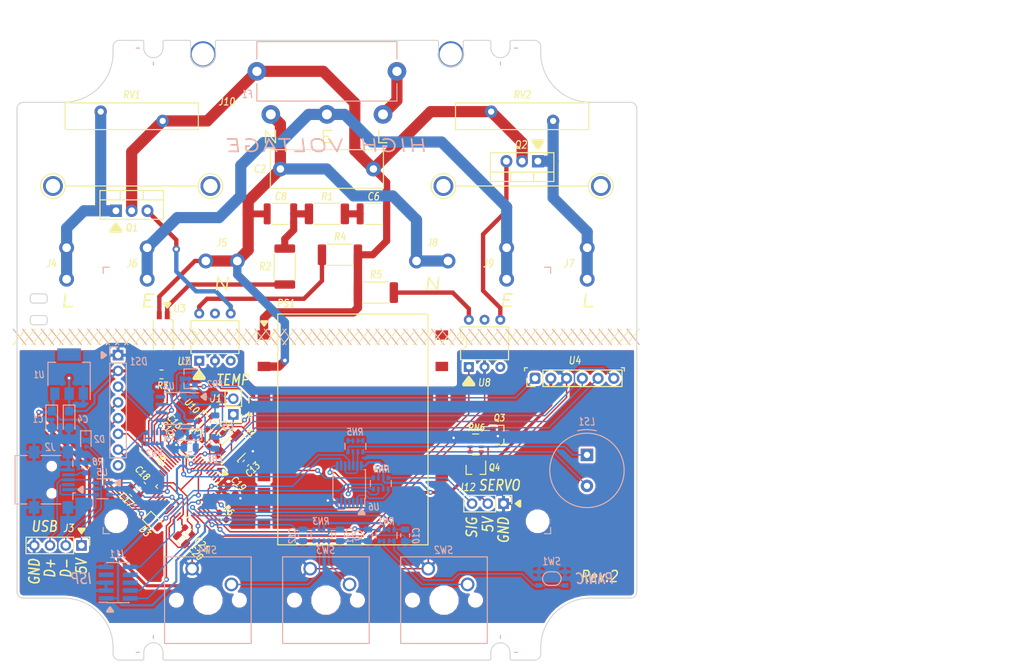
<source format=kicad_pcb>
(kicad_pcb (version 20240108) (generator "pcbnew") (generator_version "8.0")
  (title_block (title "Reflow Oven Controller") (date "2018-12-10") (rev "2"))
  (layers (0 "F.Cu" signal) (31 "B.Cu" signal) (34 "B.Paste" user) (35 "F.Paste" user) (36 "B.SilkS" user "B.Silkscreen") (37 "F.SilkS" user "F.Silkscreen") (38 "B.Mask" user) (39 "F.Mask" user) (44 "Edge.Cuts" user))
  (net 0 "")
  (net 1 "GND")
  (net 2 "+5V")
  (net 3 "+3V3")
  (net 4 "/MAINS_L")
  (net 5 "Net-(C5-Pad1)")
  (net 6 "/MAINS_N")
  (net 7 "Net-(C8-Pad2)")
  (net 8 "Net-(FB1-Pad2)")
  (net 9 "Net-(FB2-Pad2)")
  (net 10 "/MAINS_OUT1_L")
  (net 11 "/MAINS_OUT2_L")
  (net 12 "Net-(LS1-Pad2)")
  (net 13 "Net-(LS1-Pad1)")
  (net 14 "Net-(Q1-Pad3)")
  (net 15 "Net-(Q2-Pad3)")
  (net 16 "Net-(R2-Pad1)")
  (net 17 "Net-(R4-Pad2)")
  (net 18 "Net-(R5-Pad2)")
  (net 19 "Net-(RN1-Pad3)")
  (net 20 "Net-(RN1-Pad1)")
  (net 21 "/TEMP_NSS_PU")
  (net 22 "/TEMP_SCK_PU")
  (net 23 "Net-(RN3-Pad3)")
  (net 24 "Net-(RN3-Pad1)")
  (net 25 "Net-(RN4-Pad1)")
  (net 26 "Net-(C5-Pad2)")
  (net 27 "Net-(C6-Pad1)")
  (net 28 "Net-(RN4-Pad5)")
  (net 29 "Net-(RN4-Pad4)")
  (net 30 "Net-(RN5-Pad6)")
  (net 31 "Net-(RN5-Pad7)")
  (net 32 "Net-(RN5-Pad3)")
  (net 33 "Net-(RN5-Pad1)")
  (net 34 "Net-(J2-Pad3)")
  (net 35 "Net-(J2-Pad2)")
  (net 36 "GNDPWR")
  (net 37 "/Controller/BUTTON4")
  (net 38 "/Controller/BUTTON3")
  (net 39 "/Controller/BUTTON1")
  (net 40 "/Controller/BUTTON2")
  (net 41 "/Controller/ZERO_CROSS")
  (net 42 "Net-(C13-Pad1)")
  (net 43 "Net-(C14-Pad2)")
  (net 44 "Net-(J11-Pad10)")
  (net 45 "Net-(J11-Pad4)")
  (net 46 "Net-(J11-Pad2)")
  (net 47 "Net-(R6-Pad1)")
  (net 48 "Net-(R7-Pad2)")
  (net 49 "Net-(U5-Pad3)")
  (net 50 "Net-(U5-Pad1)")
  (net 51 "/Controller/LCD_RESET")
  (net 52 "/Controller/LCD_DC")
  (net 53 "/Controller/LCD_NSS")
  (net 54 "/Controller/TEMP_MISO")
  (net 55 "/Controller/BT_STATE")
  (net 56 "/Controller/BT_TXD")
  (net 57 "/Controller/BT_RXD")
  (net 58 "/Controller/BT_EN")
  (net 59 "/Controller/TRIAC1")
  (net 60 "/Controller/TRIAC2")
  (net 61 "/Controller/BUZZER")
  (net 62 "Net-(D2-Pad2)")
  (net 63 "Net-(J12-Pad3)")
  (net 64 "Net-(J12-Pad2)")
  (net 65 "Net-(Q3-Pad3)")
  (net 66 "/Controller/SERVO_EN")
  (net 67 "Net-(RN4-Pad3)")
  (net 68 "Net-(RN4-Pad6)")
  (net 69 "Net-(RN6-Pad5)")
  (net 70 "/Controller/SERVO_PWM")
  (net 71 "Net-(F1-Pad2)")
  (net 72 "Net-(J2-Pad4)")
  (net 73 "Net-(D3-Pad2)")
  (net 74 "/Controller/STATUS_LED")
  (net 75 "/Controller/LCD_MOSI")
  (net 76 "/Controller/LCD_SCK")
  (net 77 "Net-(RN6-Pad7)")
  (footprint "Resistor_SMD:R_0805_2012Metric" (layer "F.Cu") (at 122.3 93.9 180)
    (property "Reference" "R3")
    (property "Value" "6.8K")
  )
  (footprint "Package_TO_SOT_THT:TO-220-3_Vertical" (layer "F.Cu") (at 114.96 67.5)
    (property "Reference" "Q1")
    (property "Value" "BT139X-600")
  )
  (footprint "win:Connector_FastOn_6.35mm" (layer "F.Cu") (at 178 76 -90)
    (property "Reference" "J9")
    (property "Value" "1217861-1")
  )
  (footprint "win:Connector_FastOn_6.35mm" (layer "F.Cu") (at 166 75.6 180)
    (property "Reference" "J8")
    (property "Value" "1217861-1")
  )
  (footprint "Capacitor_THT:C_Rect_L18.0mm_W6.0mm_P15.00mm_FKS3_FKP3" (layer "F.Cu") (at 156.5 60.75 180)
    (property "Reference" "C2")
    (property "Value" "ECQ-U2A104ML")
  )
  (footprint "win:Connector_Schurter_GSP1.8101.1" (layer "F.Cu") (at 149 42.25 180)
    (property "Reference" "J10")
    (property "Value" "GSP1.8101.1")
  )
  (footprint "Capacitor_SMD:C_0603_1608Metric" (layer "F.Cu") (at 126.661 119.179 -45)
    (property "Reference" "C21")
    (property "Value" "100nF")
  )
  (footprint "Capacitor_SMD:C_0603_1608Metric" (layer "F.Cu") (at 131.681 103.976 45)
    (property "Reference" "C14")
    (property "Value" "18pF")
  )
  (footprint "Capacitor_SMD:C_0603_1608Metric" (layer "F.Cu") (at 126.519 103.481 -45)
    (property "Reference" "C16")
    (property "Value" "10nF")
  )
  (footprint "Capacitor_SMD:C_0603_1608Metric" (layer "F.Cu") (at 133.661 112.518 -45)
    (property "Reference" "C19")
    (property "Value" "100nF")
  )
  (footprint "Capacitor_SMD:C_0805_2012Metric" (layer "F.Cu") (at 117.85 112.914 -45)
    (property "Reference" "C17")
    (property "Value" "4.7uF")
  )
  (footprint "Capacitor_SMD:C_0603_1608Metric" (layer "F.Cu") (at 135.924 108.219 45)
    (property "Reference" "C13")
    (property "Value" "18pF")
  )
  (footprint "Capacitor_SMD:C_0805_2012Metric" (layer "F.Cu") (at 125.529 120.593 135)
    (property "Reference" "C20")
    (property "Value" "4.7uF")
  )
  (footprint "Resistor_SMD:R_0603_1608Metric" (layer "F.Cu") (at 132.204 116.803 -45)
    (property "Reference" "R6")
    (property "Value" "10K")
  )
  (footprint "win:Heatsink_CUI_HSE-B20254-035H" (layer "F.Cu") (at 180.5 63.5)
    (property "Reference" "HS2" (hide yes))
    (property "Value" "HSE-B20254-035H")
  )
  (footprint "Resistor_SMD:R_2512_6332Metric" (layer "F.Cu") (at 151.1 74.6 180)
    (property "Reference" "R4")
    (property "Value" "180/1W")
  )
  (footprint "Resistor_SMD:R_2512_6332Metric" (layer "F.Cu") (at 142.2 76.5 90)
    (property "Reference" "R2")
    (property "Value" "5.6K/1W")
  )
  (footprint "Varistor:RV_Disc_D21.5mm_W4.3mm_P10mm" (layer "F.Cu") (at 175.5 51.5)
    (property "Reference" "RV2")
    (property "Value" "MOV-20D201K")
  )
  (footprint "win:Connector_FastOn_6.35mm" (layer "F.Cu") (at 191 76 -90)
    (property "Reference" "J7")
    (property "Value" "1217861-1")
  )
  (footprint "win:Connector_FastOn_6.35mm" (layer "F.Cu") (at 107 76 90)
    (property "Reference" "J4")
    (property "Value" "1217861-1")
  )
  (footprint "Capacitor_SMD:C_1812_4532Metric" (layer "F.Cu") (at 141.5 68)
    (property "Reference" "C8")
    (property "Value" "1812PC474KAT2A")
  )
  (footprint "Capacitor_SMD:C_1812_4532Metric" (layer "F.Cu") (at 156.5 68)
    (property "Reference" "C6")
    (property "Value" "1812PC474KAT2A")
  )
  (footprint "Resistor_SMD:R_2512_6332Metric" (layer "F.Cu") (at 156.9 80.7)
    (property "Reference" "R5")
    (property "Value" "180/1W")
  )
  (footprint "Package_TO_SOT_SMD:SOT-23" (layer "F.Cu") (at 129.701 101.346 45)
    (property "Reference" "U10")
    (property "Value" "MAX809RTRG")
  )
  (footprint "Capacitor_SMD:C_0603_1608Metric" (layer "F.Cu") (at 125.388 104.613 135)
    (property "Reference" "C15")
    (property "Value" "1uF")
  )
  (footprint "Capacitor_SMD:C_0603_1608Metric" (layer "F.Cu") (at 119.264 111.783 135)
    (property "Reference" "C18")
    (property "Value" "100nF")
  )
  (footprint "Connector_PinHeader_2.54mm:PinHeader_1x04_P2.54mm_Vertical" (layer "F.Cu") (at 109.4 121.5 -90)
    (property "Reference" "J3")
    (property "Value" "Conn_01x04")
  )
  (footprint "win:MOUNT_ZIP_TIE_2X" (layer "F.Cu") (at 102.5 83.4)
    (property "Reference" "MNT**" (hide yes))
    (property "Value" "Mount_Zip_Tie" (hide yes))
    (fp_line (start -1.375 -1.5) (end -1.375 -2) (stroke (width 0.15)) (layer "Edge.Cuts"))
    (fp_line (start -1.375 2) (end -1.375 1.5) (stroke (width 0.15)) (layer "Edge.Cuts"))
    (fp_line (start -0.875 -2.5) (end 0.875 -2.5) (stroke (width 0.15)) (layer "Edge.Cuts"))
    (fp_line (start -0.875 1) (end 0.875 1) (stroke (width 0.15)) (layer "Edge.Cuts"))
    (fp_line (start 0.875 -1) (end -0.875 -1) (stroke (width 0.15)) (layer "Edge.Cuts"))
    (fp_line (start 0.875 2.5) (end -0.875 2.5) (stroke (width 0.15)) (layer "Edge.Cuts"))
    (fp_line (start 1.375 -2) (end 1.375 -1.5) (stroke (width 0.15)) (layer "Edge.Cuts"))
    (fp_line (start 1.375 1.5) (end 1.375 2) (stroke (width 0.15)) (layer "Edge.Cuts"))
    (fp_arc (start -1.375 -2) (mid -1.228553 -2.353553) (end -0.875 -2.5) (stroke (width 0.15)) (layer "Edge.Cuts"))
    (fp_arc (start -1.375 1.5) (mid -1.228553 1.146447) (end -0.875 1) (stroke (width 0.15)) (layer "Edge.Cuts"))
    (fp_arc (start -0.875 -1) (mid -1.228553 -1.146447) (end -1.375 -1.5) (stroke (width 0.15)) (layer "Edge.Cuts"))
    (fp_arc (start -0.875 2.5) (mid -1.228553 2.353553) (end -1.375 2) (stroke (width 0.15)) (layer "Edge.Cuts"))
    (fp_arc (start 0.875 -2.5) (mid 1.228553 -2.353553) (end 1.375 -2) (stroke (width 0.15)) (layer "Edge.Cuts"))
    (fp_arc (start 0.875 1) (mid 1.228553 1.146447) (end 1.375 1.5) (stroke (width 0.15)) (layer "Edge.Cuts"))
    (fp_arc (start 1.375 -1.5) (mid 1.228553 -1.146447) (end 0.875 -1) (stroke (width 0.15)) (layer "Edge.Cuts"))
    (fp_arc (start 1.375 2) (mid 1.228553 2.353553) (end 0.875 2.5) (stroke (width 0.15)) (layer "Edge.Cuts"))
  )
  (footprint "Package_TO_SOT_THT:TO-220-3_Vertical" (layer "F.Cu") (at 183.04 59.5 180)
    (property "Reference" "Q2")
    (property "Value" "BT139X-600")
  )
  (footprint "win:Crystal_Abracon_ABM3B-8.000MHZ-B2-T" (layer "F.Cu") (at 133.916 105.984 45)
    (property "Reference" "Y1")
    (property "Value" "ABM3B-8.000MHZ-B2-T")
  )
  (footprint "win:Artwork_Pin_Marker" (layer "F.Cu") (at 171.89 94.99 180)
    (property "Reference" "G5" (hide yes))
    (property "Value" "Artwork_Pin_Marker" (hide yes))
  )
  (footprint "win:Artwork_Pin_Marker" (layer "F.Cu") (at 114.95 70.2 180)
    (property "Reference" "G1" (hide yes))
    (property "Value" "Artwork_Pin_Marker" (hide yes))
  )
  (footprint "win:Artwork_Pin_Marker" (layer "F.Cu") (at 183.05 56.8)
    (property "Reference" "G2" (hide yes))
    (property "Value" "Artwork_Pin_Marker" (hide yes))
  )
  (footprint "win:Artwork_Pin_Marker_Small" (layer "F.Cu") (at 179.84 114.75 -90)
    (property "Reference" "G13" (hide yes))
    (property "Value" "Artwork_Pin_Marker_Small" (hide yes))
  )
  (footprint "win:Artwork_Pin_Marker_Small" (layer "F.Cu") (at 123.25 82.75)
    (property "Reference" "G3" (hide yes))
    (property "Value" "Artwork_Pin_Marker_Small" (hide yes))
  )
  (footprint "win:Artwork_Pin_Marker_Small" (layer "F.Cu") (at 132.4 109.9 -45)
    (property "Reference" "G9" (hide yes))
    (property "Value" "Artwork_Pin_Marker_Small" (hide yes))
  )
  (footprint "win:Artwork_Pin_Marker_Small" (layer "F.Cu") (at 109.4 119.15)
    (property "Reference" "G12" (hide yes))
    (property "Value" "Artwork_Pin_Marker_Small" (hide yes))
  )
  (footprint "win:Artwork_Pin_Marker_Small" (layer "F.Cu") (at 138.87 85.67)
    (property "Reference" "G11" (hide yes))
    (property "Value" "Artwork_Pin_Marker_Small" (hide yes))
  )
  (footprint "win:Heatsink_CUI_HSE-B20254-035H" (layer "F.Cu") (at 117.5 63.5 180)
    (property "Reference" "HS1" (hide yes))
    (property "Value" "HSE-B20254-035H")
  )
  (footprint "Resistor_SMD:R_2512_6332Metric" (layer "F.Cu") (at 149 68)
    (property "Reference" "R1")
    (property "Value" "5.6K/1W")
  )
  (footprint "Resistor_SMD:R_0603_1608Metric" (layer "F.Cu") (at 129.454 105.001 135)
    (property "Reference" "R7")
    (property "Value" "2.2K")
  )
  (footprint "LED_SMD:LED_0805_2012Metric" (layer "F.Cu") (at 121.117 117.85 -45)
    (property "Reference" "D3")
    (property "Value" "150080YS75000")
  )
  (footprint "Resistor_SMD:R_Array_Convex_4x0603" (layer "F.Cu") (at 173 105.2 180)
    (property "Reference" "RN6")
    (property "Value" "4.7K")
  )
  (footprint "Connector_PinHeader_2.54mm:PinHeader_1x03_P2.54mm_Vertical" (layer "F.Cu") (at 177.5 114.75 -90)
    (property "Reference" "J12")
    (property "Value" "Conn_01x03")
  )
  (footprint "Package_QFP:LQFP-48_7x7mm_P0.5mm" (layer "F.Cu") (at 126.413 112.002 -135)
    (property "Reference" "U9")
    (property "Value" "reflow_STM32F072C8Tx")
  )
  (footprint "Converter_ACDC:Converter_ACDC_MeanWell_IRM-03-xx_SMD" (layer "F.Cu") (at 153.19 102.78)
    (property "Reference" "PS1")
    (property "Value" "IRM-03-5S")
  )
  (footprint "Package_DIP:DIP-6_W7.62mm" (layer "F.Cu") (at 171.9 92.7 90)
    (property "Reference" "U8")
    (property "Value" "MOC3023M")
  )
  (footprint "Package_DIP:DIP-6_W7.62mm" (layer "F.Cu") (at 128.4 91.7 90)
    (property "Reference" "U7")
    (property "Value" "MOC3023M")
  )
  (footprint "win:Module_Bluetooth_HC05" (layer "F.Cu") (at 182.54 94.48 90)
    (property "Reference" "U4")
    (property "Value" "HC05")
  )
  (footprint "Package_TO_SOT_SMD:SOT-23" (layer "F.Cu") (at 176.8 103.7)
    (property "Reference" "Q3")
    (property "Value" "2N7002-7-F")
  )
  (footprint "Package_TO_SOT_SMD:SOT-23" (layer "F.Cu") (at 173.04 109.27 -90)
    (property "Reference" "Q4")
    (property "Value" "DMG2305UX-13")
  )
  (footprint "win:Artwork_Pin_Marker" (layer "F.Cu") (at 128.39 93.97 180)
    (property "Reference" "G4" (hide yes))
    (property "Value" "Artwork_Pin_Marker" (hide yes))
  )
  (footprint "Varistor:RV_Disc_D21.5mm_W4.3mm_P10mm" (layer "F.Cu") (at 122.5 53 180)
    (property "Reference" "RV1")
    (property "Value" "MOV-20D201K")
  )
  (footprint "win:Connector_FastOn_6.35mm" (layer "F.Cu") (at 132 75.6 180)
    (property "Reference" "J5")
    (property "Value" "1217861-1")
  )
  (footprint "Package_SO:SOP-4_4.4x2.8mm_P1.27mm" (layer "F.Cu") (at 122.6 87.5 -90)
    (property "Reference" "U3")
    (property "Value" "TLP290")
  )
  (footprint "win:Connector_FastOn_6.35mm" (layer "F.Cu") (at 120 76 90)
    (property "Reference" "J6")
    (property "Value" "1217861-1")
  )
  (footprint "Connector_PinHeader_2.54mm:PinHeader_1x02_P2.54mm_Vertical" (layer "F.Cu") (at 133.9 100.35 180)
    (property "Reference" "J1")
    (property "Value" "Conn_01x02")
  )
  (footprint "Capacitor_SMD:C_0805_2012Metric" (layer "B.Cu") (at 161.62 119.86 -90)
    (property "Reference" "C10")
    (property "Value" "100nF")
  )
  (footprint "Capacitor_SMD:C_0805_2012Metric" (layer "B.Cu") (at 145.12 119.86 90)
    (property "Reference" "C12")
    (property "Value" "100nF")
  )
  (footprint "Resistor_SMD:R_Array_Convex_4x0603" (layer "B.Cu") (at 158.62 119.86 90)
    (property "Reference" "RN1")
    (property "Value" "4.7K")
  )
  (footprint "Capacitor_SMD:C_0805_2012Metric" (layer "B.Cu") (at 155.62 119.86 90)
    (property "Reference" "C9")
    (property "Value" "100nF")
  )
  (footprint "Capacitor_Tantalum_SMD:CP_EIA-3216-18_Kemet-A" (layer "B.Cu") (at 126.5 103.6 180)
    (property "Reference" "C3")
    (property "Value" "TAJA106K010RNJ")
  )
  (footprint "Capacitor_SMD:C_0805_2012Metric" (layer "B.Cu") (at 126.9 105.7 180)
    (property "Reference" "C7")
    (property "Value" "100nF")
  )
  (footprint "Inductor_SMD:L_0805_2012Metric" (layer "B.Cu") (at 130.95 97.95 90)
    (property "Reference" "FB2")
    (property "Value" "MH2029-601Y")
  )
  (footprint "win:Pushbutton_PTS810_SJx_250_SMTR_LFS" (layer "B.Cu") (at 185.3 126.85 180)
    (property "Reference" "SW1")
    (property "Value" "PTS810 SJG 250 SMTR LFS")
  )
  (footprint "Package_TO_SOT_SMD:SOT-23" (layer "B.Cu") (at 126.7 94.6 180)
    (property "Reference" "D1")
    (property "Value" "NUP2105LT1G")
  )
  (footprint "Diode_SMD:D_SOD-323" (layer "B.Cu") (at 110.1 104.5 -90)
    (property "Reference" "D2")
    (property "Value" "BAT60JFILM")
  )
  (footprint "Fuse:Fuseholder_Cylinder-5x20mm_Stelvio-Kontek_PTF78_Horizontal_Open" (layer "B.Cu") (at 137.7 45)
    (property "Reference" "F1")
    (property "Value" "696103201002")
  )
  (footprint "Capacitor_Tantalum_SMD:CP_EIA-3216-18_Kemet-A" (layer "B.Cu") (at 104.6 101.165 -90)
    (property "Reference" "C1")
    (property "Value" "TAJA106K010RNJ")
  )
  (footprint "Capacitor_Tantalum_SMD:CP_EIA-3216-18_Kemet-A" (layer "B.Cu") (at 107.4 101.165 -90)
    (property "Reference" "C4")
    (property "Value" "TAJA106K010RNJ")
  )
  (footprint "Inductor_SMD:L_0805_2012Metric" (layer "B.Cu") (at 130.95 104.95 90)
    (property "Reference" "FB1")
    (property "Value" "MH2029-601Y")
  )
  (footprint "Resistor_SMD:R_Array_Convex_4x0603" (layer "B.Cu") (at 148.12 119.86 90)
    (property "Reference" "RN3")
    (property "Value" "4.7K")
  )
  (footprint "Capacitor_SMD:C_0805_2012Metric" (layer "B.Cu") (at 151.12 119.86 -90)
    (property "Reference" "C11")
    (property "Value" "100nF")
  )
  (footprint "win:Switch_Cherry_MX1A_1.00u_PCB" (layer "B.Cu") (at 146.3 125.25 180)
    (property "Reference" "SW3")
    (property "Value" "MX1A-C1NW")
  )
  (footprint "win:Switch_Cherry_MX1A_1.00u_PCB" (layer "B.Cu") (at 165.35 125.25 180)
    (property "Reference" "SW2")
    (property "Value" "MX1A-C1NW")
  )
  (footprint "Connector_USB:USB_Mini-B_Lumberg_2486_01_Horizontal" (layer "B.Cu") (at 104.6 110.9 90)
    (property "Reference" "J2")
    (property "Value" "UJ2-MBH-1-SMT-TR")
  )
  (footprint "Package_TO_SOT_SMD:SOT-223" (layer "B.Cu") (at 107.4 93.85 90)
    (property "Reference" "U1")
    (property "Value" "AZ1117-3.3")
  )
  (footprint "win:Switch_Cherry_MX1A_1.00u_PCB" (layer "B.Cu") (at 127.25 125.25 180)
    (property "Reference" "SW4")
    (property "Value" "MX1A-C1NW")
  )
  (footprint "win:Artwork_Pin_Marker_Small" (layer "B.Cu") (at 154.6 116.1)
    (property "Reference" "G10" (hide yes))
    (property "Value" "Artwork_Pin_Marker_Small" (hide yes))
  )
  (footprint "win:Artwork_Pin_Marker_Small" (layer "B.Cu") (at 129.1 97.5 90)
    (property "Reference" "G6" (hide yes))
    (property "Value" "Artwork_Pin_Marker_Small" (hide yes))
  )
  (footprint "win:Artwork_Pin_Marker_Small" (layer "B.Cu") (at 115.25 111.4 90)
    (property "Reference" "G8" (hide yes))
    (property "Value" "Artwork_Pin_Marker_Small" (hide yes))
  )
  (footprint "Resistor_SMD:R_0603_1608Metric" (layer "B.Cu") (at 110 109 90)
    (property "Reference" "R8")
    (property "Value" "DNP")
  )
  (footprint "Resistor_SMD:R_Array_Convex_4x0603" (layer "B.Cu") (at 121.2 104.2 90)
    (property "Reference" "RN2")
    (property "Value" "2.2K")
  )
  (footprint "win:Buzzer_TDK_PS1240P02BT" (layer "B.Cu") (at 190.96 106.89 -90)
    (property "Reference" "LS1")
    (property "Value" "PS1240P02BT")
  )
  (footprint "win:Artwork_Pin_Marker_Small" (layer "B.Cu") (at 114.01 131.84)
    (property "Reference" "G14" (hide yes))
    (property "Value" "Artwork_Pin_Marker_Small" (hide yes))
  )
  (footprint "Connector_PinHeader_1.27mm:PinHeader_2x05_P1.27mm_Vertical_SMD" (layer "B.Cu") (at 115.3 127.5)
    (property "Reference" "J11")
    (property "Value" "20021121-00010C4LF")
  )
  (footprint "win:Display_OLED_128x64_I2C_SPI_SSD1309" (layer "B.Cu") (at 149 98.1)
    (property "Reference" "DS1")
    (property "Value" "Display_OLED_128x64_I2C_SPI_SSD1309")
  )
  (footprint "Package_TO_SOT_SMD:SOT-23-6" (layer "B.Cu") (at 112.8 112.35 180)
    (property "Reference" "U5")
    (property "Value" "USBLC6-2SC6")
  )
  (footprint "Resistor_SMD:R_Array_Convex_4x0603" (layer "B.Cu") (at 153.6 105.5 -90)
    (property "Reference" "RN5")
    (property "Value" "180")
  )
  (footprint "Package_SO:TSSOP-14_4.4x5mm_P0.65mm" (layer "B.Cu") (at 152.6 111.6 90)
    (property "Reference" "U6")
    (property "Value" "74ACT04MTC")
  )
  (footprint "Resistor_SMD:R_Array_Convex_4x0603" (layer "B.Cu") (at 157.7 111.5 90)
    (property "Reference" "RN4")
    (property "Value" "180")
  )
  (footprint "win:Artwork_Pin_Marker_Small" (layer "B.Cu") (at 109.25 112.5 90)
    (property "Reference" "G7" (hide yes))
    (property "Value" "Artwork_Pin_Marker_Small" (hide yes))
  )
  (footprint "win:Artwork_Pin_Marker_Small" (layer "B.Cu") (at 113 90.79 -90)
    (property "Reference" "G15" (hide yes))
    (property "Value" "Artwork_Pin_Marker_Small" (hide yes))
  )
  (footprint "Package_SO:SOIC-8_3.9x4.9mm_P1.27mm" (layer "B.Cu") (at 124.85 99.4 180)
    (property "Reference" "U2")
    (property "Value" "MAX31855")
  )
  (footprint "Capacitor_SMD:C_0805_2012Metric" (layer "B.Cu") (at 130.95 101.45 90)
    (property "Reference" "C5")
    (property "Value" "10nF")
  )
  (gr_line (start 197.4 86.6) (end 199.4 89.1) (stroke (width 0.18)) (layer "B.SilkS"))
  (gr_line (start 195.9 86.6) (end 197.9 89.1) (stroke (width 0.18)) (layer "B.SilkS"))
  (gr_line (start 194.4 86.6) (end 196.4 89.1) (stroke (width 0.18)) (layer "B.SilkS"))
  (gr_line (start 192.9 86.6) (end 194.9 89.1) (stroke (width 0.18)) (layer "B.SilkS"))
  (gr_line (start 191.4 86.6) (end 193.4 89.1) (stroke (width 0.18)) (layer "B.SilkS"))
  (gr_line (start 189.9 86.6) (end 191.9 89.1) (stroke (width 0.18)) (layer "B.SilkS"))
  (gr_line (start 188.4 86.6) (end 190.4 89.1) (stroke (width 0.18)) (layer "B.SilkS"))
  (gr_line (start 186.9 86.6) (end 188.9 89.1) (stroke (width 0.18)) (layer "B.SilkS"))
  (gr_line (start 185.4 86.6) (end 187.4 89.1) (stroke (width 0.18)) (layer "B.SilkS"))
  (gr_line (start 183.9 86.6) (end 185.9 89.1) (stroke (width 0.18)) (layer "B.SilkS"))
  (gr_line (start 182.4 86.6) (end 184.4 89.1) (stroke (width 0.18)) (layer "B.SilkS"))
  (gr_line (start 180.9 86.6) (end 182.9 89.1) (stroke (width 0.18)) (layer "B.SilkS"))
  (gr_line (start 179.4 86.6) (end 181.4 89.1) (stroke (width 0.18)) (layer "B.SilkS"))
  (gr_line (start 177.9 86.6) (end 179.9 89.1) (stroke (width 0.18)) (layer "B.SilkS"))
  (gr_line (start 176.4 86.6) (end 178.4 89.1) (stroke (width 0.18)) (layer "B.SilkS"))
  (gr_line (start 174.9 86.6) (end 176.9 89.1) (stroke (width 0.18)) (layer "B.SilkS"))
  (gr_line (start 173.4 86.6) (end 175.4 89.1) (stroke (width 0.18)) (layer "B.SilkS"))
  (gr_line (start 171.9 86.6) (end 173.9 89.1) (stroke (width 0.18)) (layer "B.SilkS"))
  (gr_line (start 170.4 86.6) (end 172.4 89.1) (stroke (width 0.18)) (layer "B.SilkS"))
  (gr_line (start 168.9 86.6) (end 170.9 89.1) (stroke (width 0.18)) (layer "B.SilkS"))
  (gr_line (start 167.4 86.6) (end 169.4 89.1) (stroke (width 0.18)) (layer "B.SilkS"))
  (gr_line (start 165.9 86.6) (end 167.9 89.1) (stroke (width 0.18)) (layer "B.SilkS"))
  (gr_line (start 164.4 86.6) (end 166.4 89.1) (stroke (width 0.18)) (layer "B.SilkS"))
  (gr_line (start 162.9 86.6) (end 164.9 89.1) (stroke (width 0.18)) (layer "B.SilkS"))
  (gr_line (start 161.4 86.6) (end 163.4 89.1) (stroke (width 0.18)) (layer "B.SilkS"))
  (gr_line (start 159.9 86.6) (end 161.9 89.1) (stroke (width 0.18)) (layer "B.SilkS"))
  (gr_line (start 158.4 86.6) (end 160.4 89.1) (stroke (width 0.18)) (layer "B.SilkS"))
  (gr_line (start 156.9 86.6) (end 158.9 89.1) (stroke (width 0.18)) (layer "B.SilkS"))
  (gr_line (start 155.4 86.6) (end 157.4 89.1) (stroke (width 0.18)) (layer "B.SilkS"))
  (gr_line (start 153.9 86.6) (end 155.9 89.1) (stroke (width 0.18)) (layer "B.SilkS"))
  (gr_line (start 152.4 86.6) (end 154.4 89.1) (stroke (width 0.18)) (layer "B.SilkS"))
  (gr_line (start 150.9 86.6) (end 152.9 89.1) (stroke (width 0.18)) (layer "B.SilkS"))
  (gr_line (start 149.4 86.6) (end 151.4 89.1) (stroke (width 0.18)) (layer "B.SilkS"))
  (gr_line (start 147.9 86.6) (end 149.9 89.1) (stroke (width 0.18)) (layer "B.SilkS"))
  (gr_line (start 146.4 86.6) (end 148.4 89.1) (stroke (width 0.18)) (layer "B.SilkS"))
  (gr_line (start 144.9 86.6) (end 146.9 89.1) (stroke (width 0.18)) (layer "B.SilkS"))
  (gr_line (start 143.4 86.6) (end 145.4 89.1) (stroke (width 0.18)) (layer "B.SilkS"))
  (gr_line (start 141.9 86.6) (end 143.9 89.1) (stroke (width 0.18)) (layer "B.SilkS"))
  (gr_line (start 140.4 86.6) (end 142.4 89.1) (stroke (width 0.18)) (layer "B.SilkS"))
  (gr_line (start 138.9 86.6) (end 140.9 89.1) (stroke (width 0.18)) (layer "B.SilkS"))
  (gr_line (start 137.4 86.6) (end 139.4 89.1) (stroke (width 0.18)) (layer "B.SilkS"))
  (gr_line (start 135.9 86.6) (end 137.9 89.1) (stroke (width 0.18)) (layer "B.SilkS"))
  (gr_line (start 134.4 86.6) (end 136.4 89.1) (stroke (width 0.18)) (layer "B.SilkS"))
  (gr_line (start 132.9 86.6) (end 134.9 89.1) (stroke (width 0.18)) (layer "B.SilkS"))
  (gr_line (start 131.4 86.6) (end 133.4 89.1) (stroke (width 0.18)) (layer "B.SilkS"))
  (gr_line (start 129.9 86.6) (end 131.9 89.1) (stroke (width 0.18)) (layer "B.SilkS"))
  (gr_line (start 128.4 86.6) (end 130.4 89.1) (stroke (width 0.18)) (layer "B.SilkS"))
  (gr_line (start 126.9 86.6) (end 128.9 89.1) (stroke (width 0.18)) (layer "B.SilkS"))
  (gr_line (start 125.4 86.6) (end 127.4 89.1) (stroke (width 0.18)) (layer "B.SilkS"))
  (gr_line (start 123.9 86.6) (end 125.9 89.1) (stroke (width 0.18)) (layer "B.SilkS"))
  (gr_line (start 122.4 86.6) (end 124.4 89.1) (stroke (width 0.18)) (layer "B.SilkS"))
  (gr_line (start 120.9 86.6) (end 122.9 89.1) (stroke (width 0.18)) (layer "B.SilkS"))
  (gr_line (start 119.4 86.6) (end 121.4 89.1) (stroke (width 0.18)) (layer "B.SilkS"))
  (gr_line (start 117.9 86.6) (end 119.9 89.1) (stroke (width 0.18)) (layer "B.SilkS"))
  (gr_line (start 116.4 86.6) (end 118.4 89.1) (stroke (width 0.18)) (layer "B.SilkS"))
  (gr_line (start 114.9 86.6) (end 116.9 89.1) (stroke (width 0.18)) (layer "B.SilkS"))
  (gr_line (start 113.4 86.6) (end 115.4 89.1) (stroke (width 0.18)) (layer "B.SilkS"))
  (gr_line (start 111.9 86.6) (end 113.9 89.1) (stroke (width 0.18)) (layer "B.SilkS"))
  (gr_line (start 110.4 86.6) (end 112.4 89.1) (stroke (width 0.18)) (layer "B.SilkS"))
  (gr_line (start 108.9 86.6) (end 110.9 89.1) (stroke (width 0.18)) (layer "B.SilkS"))
  (gr_line (start 107.4 86.6) (end 109.4 89.1) (stroke (width 0.18)) (layer "B.SilkS"))
  (gr_line (start 105.9 86.6) (end 107.9 89.1) (stroke (width 0.18)) (layer "B.SilkS"))
  (gr_line (start 104.4 86.6) (end 106.4 89.1) (stroke (width 0.18)) (layer "B.SilkS"))
  (gr_line (start 102.9 86.6) (end 104.9 89.1) (stroke (width 0.18)) (layer "B.SilkS"))
  (gr_line (start 101.4 86.6) (end 103.4 89.1) (stroke (width 0.18)) (layer "B.SilkS"))
  (gr_line (start 99.9 86.6) (end 101.9 89.1) (stroke (width 0.18)) (layer "B.SilkS"))
  (gr_line (start 98.4 86.6) (end 100.4 89.1) (stroke (width 0.18)) (layer "B.SilkS"))
  (gr_line (start 179.75 41.25) (end 179.25 41.25) (stroke (width 0.18)) (layer "B.SilkS"))
  (gr_line (start 121 136) (end 121 136.5) (stroke (width 0.18)) (layer "B.SilkS"))
  (gr_line (start 121 44) (end 121 43.5) (stroke (width 0.18)) (layer "B.SilkS"))
  (gr_line (start 118.25 138.75) (end 118.75 138.75) (stroke (width 0.18)) (layer "B.SilkS"))
  (gr_line (start 177 44) (end 177 43.5) (stroke (width 0.18)) (layer "B.SilkS"))
  (gr_line (start 179.75 138.75) (end 179.25 138.75) (stroke (width 0.18)) (layer "B.SilkS"))
  (gr_line (start 118.25 41.25) (end 118.75 41.25) (stroke (width 0.18)) (layer "B.SilkS"))
  (gr_line (start 177 136) (end 177 136.5) (stroke (width 0.18)) (layer "B.SilkS"))
  (gr_line (start 99.9 89.1) (end 101.9 86.6) (stroke (width 0.18)) (layer "F.SilkS"))
  (gr_line (start 101.4 89.1) (end 103.4 86.6) (stroke (width 0.18)) (layer "F.SilkS"))
  (gr_line (start 102.9 89.1) (end 104.9 86.6) (stroke (width 0.18)) (layer "F.SilkS"))
  (gr_line (start 104.4 89.1) (end 106.4 86.6) (stroke (width 0.18)) (layer "F.SilkS"))
  (gr_line (start 105.9 89.1) (end 107.9 86.6) (stroke (width 0.18)) (layer "F.SilkS"))
  (gr_line (start 107.4 89.1) (end 109.4 86.6) (stroke (width 0.18)) (layer "F.SilkS"))
  (gr_line (start 108.9 89.1) (end 110.9 86.6) (stroke (width 0.18)) (layer "F.SilkS"))
  (gr_line (start 110.4 89.1) (end 112.4 86.6) (stroke (width 0.18)) (layer "F.SilkS"))
  (gr_line (start 111.9 89.1) (end 113.9 86.6) (stroke (width 0.18)) (layer "F.SilkS"))
  (gr_line (start 113.4 89.1) (end 115.4 86.6) (stroke (width 0.18)) (layer "F.SilkS"))
  (gr_line (start 114.9 89.1) (end 116.9 86.6) (stroke (width 0.18)) (layer "F.SilkS"))
  (gr_line (start 116.4 89.1) (end 118.4 86.6) (stroke (width 0.18)) (layer "F.SilkS"))
  (gr_line (start 117.9 89.1) (end 119.9 86.6) (stroke (width 0.18)) (layer "F.SilkS"))
  (gr_line (start 119.4 89.1) (end 121.4 86.6) (stroke (width 0.18)) (layer "F.SilkS"))
  (gr_line (start 120.9 89.1) (end 122.9 86.6) (stroke (width 0.18)) (layer "F.SilkS"))
  (gr_line (start 122.4 89.1) (end 124.4 86.6) (stroke (width 0.18)) (layer "F.SilkS"))
  (gr_line (start 123.9 89.1) (end 125.9 86.6) (stroke (width 0.18)) (layer "F.SilkS"))
  (gr_line (start 125.4 89.1) (end 127.4 86.6) (stroke (width 0.18)) (layer "F.SilkS"))
  (gr_line (start 126.9 89.1) (end 128.9 86.6) (stroke (width 0.18)) (layer "F.SilkS"))
  (gr_line (start 128.4 89.1) (end 130.4 86.6) (stroke (width 0.18)) (layer "F.SilkS"))
  (gr_line (start 129.9 89.1) (end 131.9 86.6) (stroke (width 0.18)) (layer "F.SilkS"))
  (gr_line (start 131.4 89.1) (end 133.4 86.6) (stroke (width 0.18)) (layer "F.SilkS"))
  (gr_line (start 132.9 89.1) (end 134.9 86.6) (stroke (width 0.18)) (layer "F.SilkS"))
  (gr_line (start 134.4 89.1) (end 136.4 86.6) (stroke (width 0.18)) (layer "F.SilkS"))
  (gr_line (start 135.9 89.1) (end 137.9 86.6) (stroke (width 0.18)) (layer "F.SilkS"))
  (gr_line (start 137.4 89.1) (end 139.4 86.6) (stroke (width 0.18)) (layer "F.SilkS"))
  (gr_line (start 138.9 89.1) (end 140.9 86.6) (stroke (width 0.18)) (layer "F.SilkS"))
  (gr_line (start 140.4 89.1) (end 142.4 86.6) (stroke (width 0.18)) (layer "F.SilkS"))
  (gr_line (start 141.9 89.1) (end 143.9 86.6) (stroke (width 0.18)) (layer "F.SilkS"))
  (gr_line (start 143.4 89.1) (end 145.4 86.6) (stroke (width 0.18)) (layer "F.SilkS"))
  (gr_line (start 144.9 89.1) (end 146.9 86.6) (stroke (width 0.18)) (layer "F.SilkS"))
  (gr_line (start 146.4 89.1) (end 148.4 86.6) (stroke (width 0.18)) (layer "F.SilkS"))
  (gr_line (start 147.9 89.1) (end 149.9 86.6) (stroke (width 0.18)) (layer "F.SilkS"))
  (gr_line (start 149.4 89.1) (end 151.4 86.6) (stroke (width 0.18)) (layer "F.SilkS"))
  (gr_line (start 150.9 89.1) (end 152.9 86.6) (stroke (width 0.18)) (layer "F.SilkS"))
  (gr_line (start 152.4 89.1) (end 154.4 86.6) (stroke (width 0.18)) (layer "F.SilkS"))
  (gr_line (start 153.9 89.1) (end 155.9 86.6) (stroke (width 0.18)) (layer "F.SilkS"))
  (gr_line (start 155.4 89.1) (end 157.4 86.6) (stroke (width 0.18)) (layer "F.SilkS"))
  (gr_line (start 156.9 89.1) (end 158.9 86.6) (stroke (width 0.18)) (layer "F.SilkS"))
  (gr_line (start 158.4 89.1) (end 160.4 86.6) (stroke (width 0.18)) (layer "F.SilkS"))
  (gr_line (start 159.9 89.1) (end 161.9 86.6) (stroke (width 0.18)) (layer "F.SilkS"))
  (gr_line (start 161.4 89.1) (end 163.4 86.6) (stroke (width 0.18)) (layer "F.SilkS"))
  (gr_line (start 162.9 89.1) (end 164.9 86.6) (stroke (width 0.18)) (layer "F.SilkS"))
  (gr_line (start 164.4 89.1) (end 166.4 86.6) (stroke (width 0.18)) (layer "F.SilkS"))
  (gr_line (start 165.9 89.1) (end 167.9 86.6) (stroke (width 0.18)) (layer "F.SilkS"))
  (gr_line (start 167.4 89.1) (end 169.4 86.6) (stroke (width 0.18)) (layer "F.SilkS"))
  (gr_line (start 168.9 89.1) (end 170.9 86.6) (stroke (width 0.18)) (layer "F.SilkS"))
  (gr_line (start 170.4 89.1) (end 172.4 86.6) (stroke (width 0.18)) (layer "F.SilkS"))
  (gr_line (start 171.9 89.1) (end 173.9 86.6) (stroke (width 0.18)) (layer "F.SilkS"))
  (gr_line (start 173.4 89.1) (end 175.4 86.6) (stroke (width 0.18)) (layer "F.SilkS"))
  (gr_line (start 174.9 89.1) (end 176.9 86.6) (stroke (width 0.18)) (layer "F.SilkS"))
  (gr_line (start 176.4 89.1) (end 178.4 86.6) (stroke (width 0.18)) (layer "F.SilkS"))
  (gr_line (start 177.9 89.1) (end 179.9 86.6) (stroke (width 0.18)) (layer "F.SilkS"))
  (gr_line (start 179.4 89.1) (end 181.4 86.6) (stroke (width 0.18)) (layer "F.SilkS"))
  (gr_line (start 180.9 89.1) (end 182.9 86.6) (stroke (width 0.18)) (layer "F.SilkS"))
  (gr_line (start 182.4 89.1) (end 184.4 86.6) (stroke (width 0.18)) (layer "F.SilkS"))
  (gr_line (start 183.9 89.1) (end 185.9 86.6) (stroke (width 0.18)) (layer "F.SilkS"))
  (gr_line (start 185.4 89.1) (end 187.4 86.6) (stroke (width 0.18)) (layer "F.SilkS"))
  (gr_line (start 186.9 89.1) (end 188.9 86.6) (stroke (width 0.18)) (layer "F.SilkS"))
  (gr_line (start 188.4 89.1) (end 190.4 86.6) (stroke (width 0.18)) (layer "F.SilkS"))
  (gr_line (start 189.9 89.1) (end 191.9 86.6) (stroke (width 0.18)) (layer "F.SilkS"))
  (gr_line (start 191.4 89.1) (end 193.4 86.6) (stroke (width 0.18)) (layer "F.SilkS"))
  (gr_line (start 192.9 89.1) (end 194.9 86.6) (stroke (width 0.18)) (layer "F.SilkS"))
  (gr_line (start 194.4 89.1) (end 196.4 86.6) (stroke (width 0.18)) (layer "F.SilkS"))
  (gr_line (start 195.9 89.1) (end 197.9 86.6) (stroke (width 0.18)) (layer "F.SilkS"))
  (gr_line (start 197.4 89.1) (end 199.4 86.6) (stroke (width 0.18)) (layer "F.SilkS"))
  (gr_line (start 98.4 89.1) (end 100.4 86.6) (stroke (width 0.18)) (layer "F.SilkS"))
  (gr_line (start 178.55 41.25) (end 178.55 40.25) (stroke (width 0.15)) (layer "Edge.Cuts"))
  (gr_line (start 175.45 41.25) (end 175.45 40.25) (stroke (width 0.15)) (layer "Edge.Cuts"))
  (gr_line (start 178.8 40) (end 182.5 40) (stroke (width 0.15)) (layer "Edge.Cuts"))
  (gr_arc (start 114.5 42) (mid 112.156854 47.656854) (end 106.5 50) (stroke (width 0.15)) (layer "Edge.Cuts"))
  (gr_line (start 198 50) (end 191.5 50) (stroke (width 0.15)) (layer "Edge.Cuts"))
  (gr_line (start 178.8 140) (end 182.5 140) (stroke (width 0.15)) (layer "Edge.Cuts"))
  (gr_line (start 99 129) (end 99 51) (stroke (width 0.15)) (layer "Edge.Cuts"))
  (gr_arc (start 122.55 40.25) (mid 122.623223 40.073223) (end 122.8 40) (stroke (width 0.15)) (layer "Edge.Cuts"))
  (gr_arc (start 119.2 40) (mid 119.376777 40.073223) (end 119.45 40.25) (stroke (width 0.15)) (layer "Edge.Cuts"))
  (gr_arc (start 131 40.25) (mid 131.073223 40.073223) (end 131.25 40) (stroke (width 0.15)) (layer "Edge.Cuts"))
  (gr_arc (start 198 50) (mid 198.707107 50.292893) (end 199 51) (stroke (width 0.15)) (layer "Edge.Cuts"))
  (gr_arc (start 99 51) (mid 99.292893 50.292893) (end 100 50) (stroke (width 0.15)) (layer "Edge.Cuts"))
  (gr_line (start 106.5 130) (end 100 130) (stroke (width 0.15)) (layer "Edge.Cuts"))
  (gr_arc (start 122.8 140) (mid 122.623223 139.926777) (end 122.55 139.75) (stroke (width 0.15)) (layer "Edge.Cuts"))
  (gr_arc (start 183.5 139) (mid 183.207107 139.707107) (end 182.5 140) (stroke (width 0.15)) (layer "Edge.Cuts"))
  (gr_arc (start 166.75 40) (mid 166.926777 40.073223) (end 167 40.25) (stroke (width 0.15)) (layer "Edge.Cuts"))
  (gr_line (start 119.45 41.25) (end 119.45 40.25) (stroke (width 0.15)) (layer "Edge.Cuts"))
  (gr_arc (start 126.75 40) (mid 126.926777 40.073223) (end 127 40.25) (stroke (width 0.15)) (layer "Edge.Cuts"))
  (gr_line (start 198 130) (end 191.5 130) (stroke (width 0.15)) (layer "Edge.Cuts"))
  (gr_line (start 119.2 140) (end 115.5 140) (stroke (width 0.15)) (layer "Edge.Cuts"))
  (gr_arc (start 119.45 139.75) (mid 119.376777 139.926777) (end 119.2 140) (stroke (width 0.15)) (layer "Edge.Cuts"))
  (gr_arc (start 100 130) (mid 99.292893 129.707107) (end 99 129) (stroke (width 0.15)) (layer "Edge.Cuts"))
  (gr_arc (start 178.55 40.25) (mid 178.623223 40.073223) (end 178.8 40) (stroke (width 0.15)) (layer "Edge.Cuts"))
  (gr_arc (start 182.5 40) (mid 183.207107 40.292893) (end 183.5 41) (stroke (width 0.15)) (layer "Edge.Cuts"))
  (gr_line (start 122.55 41.25) (end 122.55 40.25) (stroke (width 0.15)) (layer "Edge.Cuts"))
  (gr_arc (start 114.5 41) (mid 114.792893 40.292893) (end 115.5 40) (stroke (width 0.15)) (layer "Edge.Cuts"))
  (gr_arc (start 175.2 40) (mid 175.376777 40.073223) (end 175.45 40.25) (stroke (width 0.15)) (layer "Edge.Cuts"))
  (gr_arc (start 171 40.25) (mid 171.073223 40.073223) (end 171.25 40) (stroke (width 0.15)) (layer "Edge.Cuts"))
  (gr_arc (start 115.5 140) (mid 114.792893 139.707107) (end 114.5 139) (stroke (width 0.15)) (layer "Edge.Cuts"))
  (gr_line (start 199 51) (end 199 129) (stroke (width 0.15)) (layer "Edge.Cuts"))
  (gr_line (start 175.45 138.75) (end 175.45 139.75) (stroke (width 0.15)) (layer "Edge.Cuts"))
  (gr_arc (start 175.45 139.75) (mid 175.376777 139.926777) (end 175.2 140) (stroke (width 0.15)) (layer "Edge.Cuts"))
  (gr_line (start 119.45 138.75) (end 119.45 139.75) (stroke (width 0.15)) (layer "Edge.Cuts"))
  (gr_line (start 178.55 138.75) (end 178.55 139.75) (stroke (width 0.15)) (layer "Edge.Cuts"))
  (gr_arc (start 199 129) (mid 198.707107 129.707107) (end 198 130) (stroke (width 0.15)) (layer "Edge.Cuts"))
  (gr_line (start 100 50) (end 106.5 50) (stroke (width 0.15)) (layer "Edge.Cuts"))
  (gr_line (start 119.2 40) (end 115.5 40) (stroke (width 0.15)) (layer "Edge.Cuts"))
  (gr_arc (start 191.5 50) (mid 185.843146 47.656854) (end 183.5 42) (stroke (width 0.15)) (layer "Edge.Cuts"))
  (gr_line (start 122.55 138.75) (end 122.55 139.75) (stroke (width 0.15)) (layer "Edge.Cuts"))
  (gr_line (start 122.8 140) (end 175.2 140) (stroke (width 0.15)) (layer "Edge.Cuts"))
  (gr_arc (start 183.5 138) (mid 185.843146 132.343146) (end 191.5 130) (stroke (width 0.15)) (layer "Edge.Cuts"))
  (gr_arc (start 178.8 140) (mid 178.623223 139.926777) (end 178.55 139.75) (stroke (width 0.15)) (layer "Edge.Cuts"))
  (gr_line (start 114.5 42) (end 114.5 41) (stroke (width 0.15)) (layer "Edge.Cuts"))
  (gr_line (start 183.5 42) (end 183.5 41) (stroke (width 0.15)) (layer "Edge.Cuts"))
  (gr_line (start 183.5 138) (end 183.5 139) (stroke (width 0.15)) (layer "Edge.Cuts"))
  (gr_arc (start 106.5 130) (mid 112.156854 132.343146) (end 114.5 138) (stroke (width 0.15)) (layer "Edge.Cuts"))
  (gr_arc (start 171 42.25) (mid 169 44.25) (end 167 42.25) (stroke (width 0.15)) (layer "Edge.Cuts"))
  (gr_line (start 127 40.25) (end 127 42.25) (stroke (width 0.15)) (layer "Edge.Cuts"))
  (gr_arc (start 178.55 41.25) (mid 177 42.8) (end 175.45 41.25) (stroke (width 0.15)) (layer "Edge.Cuts"))
  (gr_line (start 114.5 139) (end 114.5 138) (stroke (width 0.15)) (layer "Edge.Cuts"))
  (gr_line (start 167 42.25) (end 167 40.25) (stroke (width 0.15)) (layer "Edge.Cuts"))
  (gr_line (start 171 40.25) (end 171 42.25) (stroke (width 0.15)) (layer "Edge.Cuts"))
  (gr_arc (start 122.55 41.25) (mid 121 42.8) (end 119.45 41.25) (stroke (width 0.15)) (layer "Edge.Cuts"))
  (gr_arc (start 119.45 138.75) (mid 121 137.2) (end 122.55 138.75) (stroke (width 0.15)) (layer "Edge.Cuts"))
  (gr_line (start 131.25 40) (end 166.75 40) (stroke (width 0.15)) (layer "Edge.Cuts"))
  (gr_arc (start 131 42.25) (mid 129 44.25) (end 127 42.25) (stroke (width 0.15)) (layer "Edge.Cuts"))
  (gr_arc (start 175.45 138.75) (mid 177 137.2) (end 178.55 138.75) (stroke (width 0.15)) (layer "Edge.Cuts"))
  (gr_line (start 122.8 40) (end 126.75 40) (stroke (width 0.15)) (layer "Edge.Cuts"))
  (gr_line (start 131 42.25) (end 131 40.25) (stroke (width 0.15)) (layer "Edge.Cuts"))
  (gr_line (start 171.25 40) (end 175.2 40) (stroke (width 0.15)) (layer "Edge.Cuts"))
  (gr_text "HIGH VOLTAGE" (at 149 57 0) (layer "B.SilkS") (effects (font (size 2 3.1) (thickness 0.275) (italic yes)) (justify mirror)))
  (gr_text "ISP" (at 109.42 126.86 0) (layer "B.SilkS") (effects (font (size 1.68 1.4) (thickness 0.25) (bold yes) (italic yes)) (justify mirror)))
  (gr_text "PANIC" (at 192.25 126.86 0) (layer "B.SilkS") (effects (font (size 1.68 1.4) (thickness 0.25) (bold yes) (italic yes)) (justify mirror)))
  (gr_text "5V" (at 109.4 123.45 90) (layer "F.SilkS") (effects (font (size 1.68 1.4) (thickness 0.25) (bold yes) (italic yes)) (justify right)))
  (gr_text "D-" (at 106.9 123.45 90) (layer "F.SilkS") (effects (font (size 1.68 1.4) (thickness 0.25) (bold yes) (italic yes)) (justify right)))
  (gr_text "GND" (at 101.8 123.45 90) (layer "F.SilkS") (effects (font (size 1.68 1.4) (thickness 0.25) (bold yes) (italic yes)) (justify right)))
  (gr_text "D+" (at 104.3 123.45 90) (layer "F.SilkS") (effects (font (size 1.68 1.4) (thickness 0.25) (bold yes) (italic yes)) (justify right)))
  (gr_text "- +" (at 136.52 99.18 270) (layer "F.SilkS") (effects (font (size 1.44 1.2) (thickness 0.22) (bold yes) (italic yes))))
  (gr_text "USB" (at 103.4 118.43 0) (layer "F.SilkS") (effects (font (size 1.68 1.4) (thickness 0.25) (bold yes) (italic yes))))
  (gr_text "TEMP" (at 133.8 94.8 0) (layer "F.SilkS") (effects (font (size 1.68 1.4) (thickness 0.25) (bold yes) (italic yes))))
  (gr_text "L" (at 107.05 82.05 0) (layer "F.SilkS") (effects (font (size 2 2.8) (thickness 0.25) (italic yes))))
  (gr_text "E" (at 120.05 82.05 0) (layer "F.SilkS") (effects (font (size 2 2.8) (thickness 0.25) (italic yes))))
  (gr_text "N" (at 131.99 79.35 0) (layer "F.SilkS") (effects (font (size 2 2.8) (thickness 0.25) (italic yes))))
  (gr_text "N" (at 166 79.35 0) (layer "F.SilkS") (effects (font (size 2 2.8) (thickness 0.25) (italic yes))))
  (gr_text "E" (at 178 82 0) (layer "F.SilkS") (effects (font (size 2 2.8) (thickness 0.25) (italic yes))))
  (gr_text "L" (at 191 82.05 0) (layer "F.SilkS") (effects (font (size 2 2.8) (thickness 0.25) (italic yes))))
  (gr_text "SERVO" (at 176.84 111.79 0) (layer "F.SilkS") (effects (font (size 1.68 1.4) (thickness 0.25) (bold yes) (italic yes))))
  (gr_text "5V" (at 175 116.75 90) (layer "F.SilkS") (effects (font (size 1.68 1.4) (thickness 0.25) (bold yes) (italic yes)) (justify right)))
  (gr_text "GND" (at 177.5 116.75 90) (layer "F.SilkS") (effects (font (size 1.68 1.4) (thickness 0.25) (bold yes) (italic yes)) (justify right)))
  (gr_text "SIG" (at 172.38 116.75 90) (layer "F.SilkS") (effects (font (size 1.68 1.4) (thickness 0.25) (bold yes) (italic yes)) (justify right)))
  (gr_text "N   E   L" (at 148.7 55.6 0) (layer "F.SilkS") (effects (font (size 2 2.8) (thickness 0.2))))
  (gr_text "Rev.${REVISION}" (at 192.94 126.51 0) (layer "F.SilkS") (effects (font (size 1.8 1.5) (thickness 0.23) (italic yes))))
  (segment (start 123.55 118.6) (end 124.2095 117.9405) (width 0.235) (layer "F.Cu") (net 1))
  (segment (start 121.746095 110.517076) (end 122.629019 111.4) (width 0.235) (layer "F.Cu") (net 1))
  (segment (start 175.65 104.8) (end 173.9 104.8) (width 0.235) (layer "F.Cu") (net 1))
  (segment (start 133.184894 114.1078) (end 134.217847 113.074847) (width 0.235) (layer "F.Cu") (net 1))
  (segment (start 135.492 102.5505) (end 135.259 102.3175) (width 0.235) (layer "F.Cu") (net 1))
  (segment (start 149.8 114.25) (end 149.15 114.25) (width 0.235) (layer "F.Cu") (net 1))
  (segment (start 131.1242 104.5328) (end 131.85 105.2586) (width 0.235) (layer "F.Cu") (net 1))
  (segment (start 176.5879 104.5121) (end 176.5879 103.8621) (width 0.235) (layer "F.Cu") (net 1))
  (segment (start 122.629019 111.4) (end 124.261902 111.4) (width 0.235) (layer "F.Cu") (net 1))
  (segment (start 136.5 100) (end 136.5 101.5425) (width 0.235) (layer "F.Cu") (net 1))
  (segment (start 187.67 94.53) (end 187.67 97.63) (width 0.235) (layer "F.Cu") (net 1))
  (segment (start 124.3 104.5874) (end 125.9622 102.9252) (width 0.235) (layer "F.Cu") (net 1))
  (segment (start 124.2095 117.9405) (end 124.2095 117.3875) (width 0.235) (layer "F.Cu") (net 1))
  (segment (start 177.5 114.75) (end 177.5 115.95) (width 0.235) (layer "F.Cu") (net 1))
  (segment (start 169.55 104.05) (end 158.2 115.4) (width 0.235) (layer "F.Cu") (net 1))
  (segment (start 115.3024 90.7984) (end 121.8116 90.7984) (width 0.235) (layer "F.Cu") (net 1))
  (segment (start 175.43 118.02) (end 167.54 118.02) (width 0.235) (layer "F.Cu") (net 1))
  (segment (start 124.3 104.8794) (end 124.3 104.5874) (width 0.235) (layer "F.Cu") (net 1))
  (segment (start 131.85 105.2586) (end 131.85 106.353) (width 0.235) (layer "F.Cu") (net 1))
  (segment (start 177.5 107.8) (end 177.5 114.75) (width 0.235) (layer "F.Cu") (net 1))
  (segment (start 174.44 99.16) (end 169.55 104.05) (width 0.235) (layer "F.Cu") (net 1))
  (segment (start 117.1871 112.2511) (end 117.4489 112.2511) (width 0.235) (layer "F.Cu") (net 1))
  (segment (start 135.4 106.197) (end 135.4 106.5814) (width 0.235) (layer "F.Cu") (net 1))
  (segment (start 124.2095 117.3875) (end 124.9281 116.6689) (width 0.235) (layer "F.Cu") (net 1))
  (segment (start 135.55 99.05) (end 136.5 100) (width 0.235) (layer "F.Cu") (net 1))
  (segment (start 131.1242 103.3268) (end 131.1242 104.5328) (width 0.235) (layer "F.Cu") (net 1))
  (segment (start 124.261902 111.4) (end 125.4 112.538098) (width 0.235) (layer "F.Cu") (net 1))
  (segment (start 127.25 122.314) (end 127.25 125.25) (width 0.235) (layer "F.Cu") (net 1))
  (segment (start 174.44 94.8) (end 174.44 99.16) (width 0.235) (layer "F.Cu") (net 1))
  (segment (start 126.1919 121.0174) (end 125.4093 121.8) (width 0.235) (layer "F.Cu") (net 1))
  (segment (start 125.4093 121.8) (end 125 121.8) (width 0.235) (layer "F.Cu") (net 1))
  (segment (start 136.074261 107.255567) (end 136.480847 107.662153) (width 0.235) (layer "F.Cu") (net 1))
  (segment (start 187.67 97.63) (end 177.5 107.8) (width 0.235) (layer "F.Cu") (net 1))
  (segment (start 121.8116 90.7984) (end 121.96 90.65) (width 0.235) (layer "F.Cu") (net 1))
  (segment (start 136.074167 107.255567) (end 136.074261 107.255567) (width 0.235) (layer "F.Cu") (net 1))
  (segment (start 132.7608 117.3598) (end 132.7608 114.1078) (width 0.235) (layer "F.Cu") (net 1))
  (segment (start 120.0334 109.9) (end 121.129019 109.9) (width 0.235) (layer "F.Cu") (net 1))
  (segment (start 135.259 102.3175) (end 132.1335 102.3175) (width 0.235) (layer "F.Cu") (net 1))
  (segment (start 118.4738 111.2262) (end 118.7072 111.2262) (width 0.235) (layer "F.Cu") (net 1))
  (segment (start 136.95 104.647) (end 135.4 106.197) (width 0.235) (layer "F.Cu") (net 1))
  (segment (start 118.7072 111.2262) (end 120.0334 109.9) (width 0.235) (layer "F.Cu") (net 1))
  (segment (start 165.35 125.25) (end 146.3 125.25) (width 0.235) (layer "F.Cu") (net 1))
  (segment (start 136.178742 105.418315) (end 137.05 106.289573) (width 0.235) (layer "F.Cu") (net 1))
  (segment (start 126.1919 121.0174) (end 126.1919 121.2559) (width 0.235) (layer "F.Cu") (net 1))
  (segment (start 158.2 115.4) (end 150.95 115.4) (width 0.235) (layer "F.Cu") (net 1))
  (segment (start 121.129019 109.9) (end 121.746095 110.517076) (width 0.235) (layer "F.Cu") (net 1))
  (segment (start 128.202 109.1524) (end 128.9586 108.3958) (width 0.235) (layer "F.Cu") (net 1))
  (segment (start 125.4 112.538098) (end 125.411902 112.538098) (width 0.235) (layer "F.Cu") (net 1))
  (segment (start 126.1919 121.2559) (end 127.25 122.314) (width 0.235) (layer "F.Cu") (net 1))
  (segment (start 126.5 117.549) (end 127.2178 118.2668) (width 0.235) (layer "F.Cu") (net 1))
  (segment (start 131.7008 114.1078) (end 131.0799 113.4869) (width 0.235) (layer "F.Cu") (net 1))
  (segment (start 169.55 104.05) (end 169.5353 104.05) (width 0.235) (layer "F.Cu") (net 1))
  (segment (start 177.5 115.95) (end 175.43 118.02) (width 0.235) (layer "F.Cu") (net 1))
  (segment (start 136.5 101.5425) (end 135.492 102.5505) (width 0.235) (layer "F.Cu") (net 1))
  (segment (start 176.45 104.65) (end 176.5879 104.5121) (width 0.235) (layer "F.Cu") (net 1))
  (segment (start 165.35 121.5) (end 167.54 119.31) (width 0.235) (layer "F.Cu") (net 1))
  (segment (start 126.5 113.638098) (end 126.5 117.549) (width 0.235) (layer "F.Cu") (net 1))
  (segment (start 167.54 119.31) (end 167.54 118.02) (width 0.235) (layer "F.Cu") (net 1))
  (segment (start 125.9622 102.9252) (end 125.9622 102.9242) (width 0.235) (layer "F.Cu") (net 1))
  (segment (start 135.4 106.5814) (end 136.074167 107.255567) (width 0.235) (layer "F.Cu") (net 1))
  (segment (start 125.4 112.538098) (end 126.5 113.638098) (width 0.235) (layer "F.Cu") (net 1))
  (segment (start 134.217847 113.074847) (end 134.224847 113.074847) (width 0.235) (layer "F.Cu") (net 1))
  (segment (start 175.8 104.65) (end 175.65 104.8) (width 0.235) (layer "F.Cu") (net 1))
  (segment (start 123.55 120.35) (end 123.55 118.6) (width 0.235) (layer "F.Cu") (net 1))
  (segment (start 174.44 92.7) (end 174.44 94.8) (width 0.235) (layer "F.Cu") (net 1))
  (segment (start 175.8 104.65) (end 176.45 104.65) (width 0.235) (layer "F.Cu") (net 1))
  (segment (start 131.85 106.353) (end 131.6533 106.5497) (width 0.235) (layer "F.Cu") (net 1))
  (segment (start 165.35 125.25) (end 165.35 121.5) (width 0.235) (layer "F.Cu") (net 1))
  (segment (start 134.224847 113.074847) (end 135.05 113.9) (width 0.235) (layer "F.Cu") (net 1))
  (segment (start 125 121.8) (end 123.55 120.35) (width 0.235) (layer "F.Cu") (net 1))
  (segment (start 124.6886 105.268) (end 124.3 104.8794) (width 0.235) (layer "F.Cu") (net 1))
  (segment (start 127.5035 102.2) (end 130.6535 99.05) (width 0.235) (layer "F.Cu") (net 1))
  (segment (start 136.95 104.0085) (end 136.95 104.647) (width 0.235) (layer "F.Cu") (net 1))
  (segment (start 137.05 106.289573) (end 137.05 106.3) (width 0.235) (layer "F.Cu") (net 1))
  (segment (start 169.5353 104.05) (end 169.44265 104.14265) (width 0.235) (layer "F.Cu") (net 1))
  (segment (start 127.2178 119.9915) (end 126.1919 121.0174) (width 0.235) (layer "F.Cu") (net 1))
  (segment (start 127.2178 118.2668) (end 127.2178 119.9915) (width 0.235) (layer "F.Cu") (net 1))
  (segment (start 125.9622 102.9242) (end 126.6864 102.2) (width 0.235) (layer "F.Cu") (net 1))
  (segment (start 130.6535 99.05) (end 135.55 99.05) (width 0.235) (layer "F.Cu") (net 1))
  (segment (start 125.411902 112.538098) (end 128.202 109.748) (width 0.235) (layer "F.Cu") (net 1))
  (segment (start 132.7608 114.1078) (end 131.7008 114.1078) (width 0.235) (layer "F.Cu") (net 1))
  (segment (start 132.1335 102.3175) (end 131.1242 103.3268) (width 0.235) (layer "F.Cu") (net 1))
  (segment (start 117.4489 112.2511) (end 118.4738 111.2262) (width 0.235) (layer "F.Cu") (net 1))
  (segment (start 128.202 109.748) (end 128.202 109.1524) (width 0.235) (layer "F.Cu") (net 1))
  (segment (start 135.492 102.5505) (end 136.95 104.0085) (width 0.235) (layer "F.Cu") (net 1))
  (segment (start 126.6864 102.2) (end 127.5035 102.2) (width 0.235) (layer "F.Cu") (net 1))
  (segment (start 132.7608 114.1078) (end 133.184894 114.1078) (width 0.235) (layer "F.Cu") (net 1))
  (segment (start 150.95 115.4) (end 149.8 114.25) (width 0.235) (layer "F.Cu") (net 1))
  (via (at 137.05 106.3) (size 0.8) (drill 0.4) (layers "F.Cu" "B.Cu") (net 1))
  (via (at 169.44265 104.14265) (size 0.8) (drill 0.4) (layers "F.Cu" "B.Cu") (net 1))
  (via (at 135.05 113.9) (size 0.8) (drill 0.4) (layers "F.Cu" "B.Cu") (net 1))
  (via (at 149.15 114.25) (size 0.8) (drill 0.4) (layers "F.Cu" "B.Cu") (net 1))
  (via (at 124.6886 105.268) (size 0.8) (drill 0.4) (layers "F.Cu" "B.Cu") (net 1))
  (via (at 176.5879 103.8621) (size 0.8) (drill 0.4) (layers "F.Cu" "B.Cu") (net 1))
  (segment (start 127.55 96.9) (end 127.55 97.495) (width 0.235) (layer "B.Cu") (net 1))
  (segment (start 161.62 120.7975) (end 161.62 120.12) (width 0.235) (layer "B.Cu") (net 1))
  (segment (start 105.5818 120.2682) (end 107.2 118.65) (width 0.235) (layer "B.Cu") (net 1))
  (segment (start 126.7 96.05) (end 127.55 96.9) (width 0.235) (layer "B.Cu") (net 1))
  (segment (start 107.6375 108.2125) (end 108.3875 108.2125) (width 0.235) (layer "B.Cu") (net 1))
  (segment (start 101.78 122.78) (end 102.05 123.05) (width 0.235) (layer "B.Cu") (net 1))
  (segment (start 104.8 103.85) (end 104.6 103.65) (width 0.235) (layer "B.Cu") (net 1))
  (segment (start 126.8437 94.6) (end 126.7 94.7437) (width 0.235) (layer "B.Cu") (net 1))
  (segment (start 101.75 115.35) (end 101.78 115.38) (width 0.235) (layer "B.Cu") (net 1))
  (segment (start 128.7756 93.2) (end 130.6 93.2) (width 0.235) (layer "B.Cu") (net 1))
  (segment (start 107.2 104.8656) (end 107.2 106.45) (width 0.235) (layer "B.Cu") (net 1))
  (segment (start 107.2 103.1682) (end 107.2 103.7) (width 0.235) (layer "B.Cu") (net 1))
  (segment (start 161.35 119.85) (end 155.85 119.85) (width 0.235) (layer "B.Cu") (net 1))
  (segment (start 101.78 115.38) (end 101.78 121.5) (width 0.235) (layer "B.Cu") (net 1))
  (segment (start 110.5156 104.8656) (end 113.0233 107.3733) (width 0.235) (layer "B.Cu") (net 1))
  (segment (start 128.43 124.07) (end 127.25 125.25) (width 0.235) (layer "B.Cu") (net 1))
  (segment (start 108.3875 108.2125) (end 110 108.2125) (width 0.235) (layer "B.Cu") (net 1))
  (segment (start 125.9625 105.7) (end 125.9125 105.65) (width 0.235) (layer "B.Cu") (net 1))
  (segment (start 165.2 125.25) (end 161.62 121.67) (width 0.235) (layer "B.Cu") (net 1))
  (segment (start 113.15 112.35) (end 113.9 112.35) (width 0.235) (layer "B.Cu") (net 1))
  (segment (start 105.2633 123.05) (end 105.5818 122.7315) (width 0.235) (layer "B.Cu") (net 1))
  (segment (start 145.12 124.07) (end 145.12 120.7975) (width 0.235) (layer "B.Cu") (net 1))
  (segment (start 125.15 103.6) (end 124.8 103.95) (width 0.235) (layer "B.Cu") (net 1))
  (segment (start 107.3 109.3) (end 107.3 108.55) (width 0.235) (layer "B.Cu") (net 1))
  (segment (start 107.4 102.9682) (end 107.2 103.1682) (width 0.235) (layer "B.Cu") (net 1))
  (segment (start 155.62 120.7975) (end 151.12 120.7975) (width 0.235) (layer "B.Cu") (net 1))
  (segment (start 107.2 107.95) (end 107.4625 108.2125) (width 0.235) (layer "B.Cu") (net 1))
  (segment (start 107.2 104.8656) (end 110.5156 104.8656) (width 0.235) (layer "B.Cu") (net 1))
  (segment (start 125.9125 105.65) (end 125.15 105.65) (width 0.235) (layer "B.Cu") (net 1))
  (segment (start 165.35 125.25) (end 165.2 125.25) (width 0.235) (layer "B.Cu") (net 1))
  (segment (start 103.25 106.45) (end 101.75 106.45) (width 0.235) (layer "B.Cu") (net 1))
  (segment (start 125.7 94.6) (end 126.8437 94.6) (width 0.235) (layer "B.Cu") (net 1))
  (segment (start 128.1108 94.6) (end 128.4879 94.2229) (width 0.235) (layer "B.Cu") (net 1))
  (segment (start 177.5 121.2) (end 182.05 125.75) (width 0.235) (layer "B.Cu") (net 1))
  (segment (start 107.05 103.85) (end 104.8 103.85) (width 0.235) (layer "B.Cu") (net 1))
  (segment (start 126.8437 94.6) (end 128.1108 94.6) (width 0.235) (layer "B.Cu") (net 1))
  (segment (start 182.05 125.75) (end 183.2 125.75) (width 0.235) (layer "B.Cu") (net 1))
  (segment (start 113.9016 90.7984) (end 109.7 95) (width 0.235) (layer "B.Cu") (net 1))
  (segment (start 107.2 103.1682) (end 107.2 104.8656) (width 0.235) (layer "B.Cu") (net 1))
  (segment (start 107.2 106.45) (end 107.2 107.95) (width 0.235) (layer "B.Cu") (net 1))
  (segment (start 102.05 123.05) (end 105.2633 123.05) (width 0.235) (layer "B.Cu") (net 1))
  (segment (start 124.8 103.95) (end 124.8 105.1566) (width 0.235) (layer "B.Cu") (net 1))
  (segment (start 113.35 127.5) (end 113.35 128.77) (width 0.235) (layer "B.Cu") (net 1))
  (segment (start 150.65 114.55) (end 149.45 114.55) (width 0.235) (layer "B.Cu") (net 1))
  (segment (start 126.8121 92.9121) (end 124.6984 90.7984) (width 0.235) (layer "B.Cu") (net 1))
  (segment (start 107.3 108.55) (end 107.6375 108.2125) (width 0.235) (layer "B.Cu") (net 1))
  (segment (start 104.6 103.1682) (end 104.6 105.1) (width 0.235) (layer "B.Cu") (net 1))
  (segment (start 104.6 103.65) (end 104.6 103.1682) (width 0.235) (layer "B.Cu") (net 1))
  (segment (start 107.4 102.515) (end 107.4 102.9682) (width 0.235) (layer "B.Cu") (net 1))
  (segment (start 101.78 121.5) (end 101.78 122.78) (width 0.235) (layer "B.Cu") (net 1))
  (segment (start 107.2 103.7) (end 107.05 103.85) (width 0.235) (layer "B.Cu") (net 1))
  (segment (start 146.3 125.25) (end 145.12 124.07) (width 0.235) (layer "B.Cu") (net 1))
  (segment (start 113.0233 112.2233) (end 113.15 112.35) (width 0.235) (layer "B.Cu") (net 1))
  (segment (start 124.6984 90.7984) (end 113.9016 90.7984) (width 0.235) (layer "B.Cu") (net 1))
  (segment (start 107.2 118.65) (end 107.2 116.585) (width 0.235) (layer "B.Cu") (net 1))
  (segment (start 155.85 119.85) (end 155.62 120.08) (width 0.235) (layer "B.Cu") (net 1))
  (segment (start 177.5 114.75) (end 177.5 121.2) (width 0.235) (layer "B.Cu") (net 1))
  (segment (start 187.4 125.75) (end 183.2 125.75) (width 0.235) (layer "B.Cu") (net 1))
  (segment (start 104.6 105.1) (end 103.25 106.45) (width 0.235) (layer "B.Cu") (net 1))
  (segment (start 107.2 116.585) (end 107.2 115.35) (width 0.235) (layer "B.Cu") (net 1))
  (segment (start 124.8 105.1566) (end 124.6886 105.268) (width 0.235) (layer "B.Cu") (net 1))
  (segment (start 101.75 106.45) (end 101.75 115.35) (width 0.235) (layer "B.Cu") (net 1))
  (segment (start 104.6 103.1682) (end 104.6 102.515) (width 0.235) (layer "B.Cu") (net 1))
  (segment (start 107.4625 108.2125) (end 108.3875 108.2125) (width 0.235) (layer "B.Cu") (net 1))
  (segment (start 145.12 124.07) (end 128.43 124.07) (width 0.235) (layer "B.Cu") (net 1))
  (segment (start 130.6 93.2) (end 130.94 92.86) (width 0.235) (layer "B.Cu") (net 1))
  (segment (start 161.62 121.67) (end 161.62 120.7975) (width 0.235) (layer "B.Cu") (net 1))
  (segment (start 109.7 96.4008) (end 109.7 97) (width 0.235) (layer "B.Cu") (net 1))
  (segment (start 161.62 120.12) (end 161.35 119.85) (width 0.235) (layer "B.Cu") (net 1))
  (segment (start 155.62 120.08) (end 155.62 120.7975) (width 0.235) (layer "B.Cu") (net 1))
  (segment (start 149.45 114.55) (end 149.15 114.25) (width 0.235) (layer "B.Cu") (net 1))
  (segment (start 105.5818 122.7315) (end 105.5818 120.2682) (width 0.235) (layer "B.Cu") (net 1))
  (segment (start 109.7 95) (end 109.7 96.4008) (width 0.235) (layer "B.Cu") (net 1))
  (segment (start 113.0233 107.3733) (end 113.0233 112.2233) (width 0.235) (layer "B.Cu") (net 1))
  (segment (start 126.7 94.7437) (end 126.7 96.05) (width 0.235) (layer "B.Cu") (net 1))
  (segment (start 130.94 92.86) (end 130.94 91.7) (width 0.235) (layer "B.Cu") (net 1))
  (segment (start 172.09 107.61) (end 172.09 108.27) (width 0.35) (layer "F.Cu") (net 2))
  (segment (start 163.21 112.94) (end 155.4 120.75) (width 0.5) (layer "F.Cu") (net 2))
  (segment (start 134.4 120.75) (end 127.15 128) (width 0.5) (layer "F.Cu") (net 2))
  (segment (start 172.09 108.27) (end 172.09 109.3) (width 0.5) (layer "F.Cu") (net 2))
  (segment (start 155.4 120.75) (end 134.4 120.75) (width 0.5) (layer "F.Cu") (net 2))
  (segment (start 173.9 106.9) (end 173.5 107.3) (width 0.35) (layer "F.Cu") (net 2))
  (segment (start 185.13 94.53) (end 185.13 98.82) (width 0.5) (layer "F.Cu") (net 2))
  (segment (start 165.7 112.94) (end 163.21 112.94) (width 0.5) (layer "F.Cu") (net 2))
  (segment (start 172.09 109.3) (end 172.09 109.76) (width 0.5) (layer "F.Cu") (net 2))
  (segment (start 173.07 109.3) (end 172.09 109.3) (width 0.5) (layer "F.Cu") (net 2))
  (segment (start 172.4 107.3) (end 172.09 107.61) (width 0.35) (layer "F.Cu") (net 2))
  (segment (start 110.7 109.2) (end 102.5 101) (width 0.5) (layer "F.Cu") (net 2))
  (segment (start 119.9 128) (end 110.7 118.8) (width 0.5) (layer "F.Cu") (net 2))
  (segment (start 102.5 101) (end 102.5 100) (width 0.5) (layer "F.Cu") (net 2))
  (segment (start 173.9 106.4) (end 173.9 106.9) (width 0.35) (layer "F.Cu") (net 2))
  (segment (start 168.91 112.94) (end 167.54 112.94) (width 0.5) (layer "F.Cu") (net 2))
  (segment (start 185.13 98.82) (end 174.65 109.3) (width 0.5) (layer "F.Cu") (net 2))
  (segment (start 167.54 112.94) (end 165.7 112.94) (width 0.5) (layer "F.Cu") (net 2))
  (segment (start 172.09 109.76) (end 168.91 112.94) (width 0.5) (layer "F.Cu") (net 2))
  (segment (start 174.65 109.3) (end 173.07 109.3) (width 0.5) (layer "F.Cu") (net 2))
  (segment (start 110.7 118.8) (end 110.7 109.2) (width 0.5) (layer "F.Cu") (net 2))
  (segment (start 173.5 107.3) (end 172.4 107.3) (width 0.35) (layer "F.Cu") (net 2))
  (segment (start 127.15 128) (end 119.9 128) (width 0.5) (layer "F.Cu") (net 2))
  (via (at 165.7 112.94) (size 0.8) (drill 0.4) (layers "F.Cu" "B.Cu") (net 2))
  (via (at 102.5 100) (size 0.8) (drill 0.4) (layers "F.Cu" "B.Cu") (net 2))
  (segment (start 104.85 97.25) (end 105.1 97) (width 0.5) (layer "B.Cu") (net 2))
  (segment (start 104.415 100) (end 104.6 99.815) (width 0.5) (layer "B.Cu") (net 2))
  (segment (start 158.1 111.1) (end 158.4 111.4) (width 0.35) (layer "B.Cu") (net 2))
  (segment (start 155.7032 108.0968) (end 157.5169 108.0968) (width 0.35) (layer "B.Cu") (net 2))
  (segment (start 105.985 101.2) (end 108.7 101.2) (width 0.35) (layer "B.Cu") (net 2))
  (segment (start 165.300001 112.540001) (end 165.7 112.94) (width 0.35) (layer "B.Cu") (net 2))
  (segment (start 104.85 99.565) (end 104.85 97.25) (width 0.5) (layer "B.Cu") (net 2))
  (segment (start 155.15 108.65) (end 155.7032 108.0968) (width 0.35) (layer "B.Cu") (net 2))
  (segment (start 102.5 100) (end 104.415 100) (width 0.5) (layer "B.Cu") (net 2))
  (segment (start 158.1 110.6) (end 158.1 111.1) (width 0.35) (layer "B.Cu") (net 2))
  (segment (start 154.55 108.65) (end 155.15 108.65) (width 0.35) (layer "B.Cu") (net 2))
  (segment (start 158.4 111.4) (end 164.16 111.4) (width 0.35) (layer "B.Cu") (net 2))
  (segment (start 108.7 101.2) (end 110.1 102.6) (width 0.35) (layer "B.Cu") (net 2))
  (segment (start 164.16 111.4) (end 165.300001 112.540001) (width 0.35) (layer "B.Cu") (net 2))
  (segment (start 158.1 108.6799) (end 158.1 110.6) (width 0.35) (layer "B.Cu") (net 2))
  (segment (start 157.5169 108.0968) (end 158.1 108.6799) (width 0.35) (layer "B.Cu") (net 2))
  (segment (start 110.1 102.6) (end 110.1 103.45) (width 0.35) (layer "B.Cu") (net 2))
  (segment (start 104.6 99.815) (end 105.985 101.2) (width 0.35) (layer "B.Cu") (net 2))
  (segment (start 125.6 118.118) (end 126.104153 118.622153) (width 0.235) (layer "F.Cu") (net 3))
  (segment (start 118.583781 113.576913) (end 119.820847 112.339847) (width 0.35) (layer "F.Cu") (net 3))
  (segment (start 131.966829 112.6) (end 132.465306 112.6) (width 0.235) (layer "F.Cu") (net 3))
  (segment (start 125.811958 114.011958) (end 125.811958 116.492129) (width 0.235) (layer "F.Cu") (net 3))
  (segment (start 123.7 111.9) (end 122.421913 111.9) (width 0.235) (layer "F.Cu") (net 3))
  (segment (start 119.923324 112.339847) (end 121.392542 110.870629) (width 0.235) (layer "F.Cu") (net 3))
  (segment (start 125.281629 117.022458) (end 125.6 117.340829) (width 0.235) (layer "F.Cu") (net 3))
  (segment (start 131.433458 110.870629) (end 131.862829 111.3) (width 0.235) (layer "F.Cu") (net 3))
  (segment (start 125.5 105.6136) (end 125.5 106.1) (width 0.235) (layer "F.Cu") (net 3))
  (segment (start 126.305 109.005) (end 126.400001 109.100001) (width 0.235) (layer "F.Cu") (net 3))
  (segment (start 126.305 106.905) (end 126.305 109.005) (width 0.235) (layer "F.Cu") (net 3))
  (segment (start 126.104153 118.622153) (end 126.104153 118.692021) (width 0.35) (layer "F.Cu") (net 3))
  (segment (start 121.5211 95.8979) (end 121.3625 95.7393) (width 0.35) (layer "F.Cu") (net 3))
  (segment (start 125.811958 116.492129) (end 125.281629 117.022458) (width 0.235) (layer "F.Cu") (net 3))
  (segment (start 122.421913 111.9) (end 121.922871 111.400958) (width 0.235) (layer "F.Cu") (net 3))
  (segment (start 127.547199 109.100001) (end 127.199999 109.100001) (width 0.235) (layer "F.Cu") (net 3))
  (segment (start 131.862829 111.3) (end 132.443 111.3) (width 0.235) (layer "F.Cu") (net 3))
  (segment (start 125.5 106.1) (end 126.305 106.905) (width 0.235) (layer "F.Cu") (net 3))
  (segment (start 126.104153 118.692021) (end 124.866087 119.930087) (width 0.35) (layer "F.Cu") (net 3))
  (segment (start 118.512913 113.576913) (end 118.583781 113.576913) (width 0.35) (layer "F.Cu") (net 3))
  (segment (start 131.433458 113.133371) (end 131.966829 112.6) (width 0.235) (layer "F.Cu") (net 3))
  (segment (start 119.820847 112.339847) (end 119.923324 112.339847) (width 0.235) (layer "F.Cu") (net 3))
  (segment (start 127.199999 109.100001) (end 126.8 109.5) (width 0.235) (layer "F.Cu") (net 3))
  (segment (start 132.2435 109.3954) (end 132.2435 110.0606) (width 0.235) (layer "F.Cu") (net 3))
  (segment (start 132.443 111.3) (end 133.104153 111.961153) (width 0.235) (layer "F.Cu") (net 3))
  (segment (start 128.605 108.0422) (end 127.547199 109.100001) (width 0.235) (layer "F.Cu") (net 3))
  (segment (start 132.2435 110.0606) (end 131.433458 110.870642) (width 0.235) (layer "F.Cu") (net 3))
  (segment (start 126.400001 109.100001) (end 126.8 109.5) (width 0.235) (layer "F.Cu") (net 3))
  (segment (start 132.465306 112.6) (end 133.104153 111.961153) (width 0.235) (layer "F.Cu") (net 3))
  (segment (start 130.4081 100.7055) (end 125.5 105.6136) (width 0.235) (layer "F.Cu") (net 3))
  (segment (start 125.6 117.340829) (end 125.6 118.118) (width 0.235) (layer "F.Cu") (net 3))
  (segment (start 125.4 113.6) (end 123.7 111.9) (width 0.235) (layer "F.Cu") (net 3))
  (segment (start 121.922871 111.400958) (end 121.392542 110.870629) (width 0.235) (layer "F.Cu") (net 3))
  (segment (start 125.4 113.6) (end 125.811958 114.011958) (width 0.235) (layer "F.Cu") (net 3))
  (segment (start 121.3625 95.7393) (end 121.3625 93.9) (width 0.35) (layer "F.Cu") (net 3))
  (segment (start 130.4081 100.6389) (end 130.4081 100.7055) (width 0.235) (layer "F.Cu") (net 3))
  (via (at 107.4 94.5) (size 0.8) (drill 0.4) (layers "F.Cu" "B.Cu") (net 3))
  (via (at 121.5211 95.8979) (size 0.8) (drill 0.4) (layers "F.Cu" "B.Cu") (net 3))
  (via (at 132.2435 109.3954) (size 0.8) (drill 0.4) (layers "F.Cu" "B.Cu") (net 3))
  (via (at 125.4 113.6) (size 0.8) (drill 0.4) (layers "F.Cu" "B.Cu") (net 3))
  (via (at 126.8 109.5) (size 0.8) (drill 0.4) (layers "F.Cu" "B.Cu") (net 3))
  (segment (start 127.4 109.5) (end 126.8 109.5) (width 0.235) (layer "B.Cu") (net 3))
  (segment (start 127.85 103.6) (end 127.7 103.45) (width 0.35) (layer "B.Cu") (net 3))
  (segment (start 126.405 101.305) (end 126 100.9) (width 0.35) (layer "B.Cu") (net 3))
  (segment (start 158.22 118.37) (end 157.75 117.9) (width 0.35) (layer "B.Cu") (net 3))
  (segment (start 129.321 119.279) (end 129.321 118.079) (width 0.35) (layer "B.Cu") (net 3))
  (segment (start 115.3 130.05) (end 115.29 130.04) (width 0.35) (layer "B.Cu") (net 3))
  (segment (start 146.9365 117.3365) (end 147.72 118.12) (width 0.35) (layer "B.Cu") (net 3))
  (segment (start 124.7 123.9) (end 129.321 119.279) (width 0.35) (layer "B.Cu") (net 3))
  (segment (start 125.000001 113.999999) (end 125.4 113.6) (width 0.35) (layer "B.Cu") (net 3))
  (segment (start 125.7967 107.208) (end 125.8 107.2047) (width 0.35) (layer "B.Cu") (net 3))
  (segment (start 130.0635 117.3365) (end 146.9365 117.3365) (width 0.35) (layer "B.Cu") (net 3))
  (segment (start 157.75 117.9) (end 148.95 117.9) (width 0.35) (layer "B.Cu") (net 3))
  (segment (start 111.5 97.140723) (end 115.30237 93.338353) (width 0.35) (layer "B.Cu") (net 3))
  (segment (start 123.9047 107.2047) (end 125.8 107.2047) (width 0.35) (layer "B.Cu") (net 3))
  (segment (start 115.3 130.55) (end 115.9 131.15) (width 0.35) (layer "B.Cu") (net 3))
  (segment (start 127.2953 107.2047) (end 126.3328 107.2047) (width 0.35) (layer "B.Cu") (net 3))
  (segment (start 127.55 101.305) (end 126.405 101.305) (width 0.35) (layer "B.Cu") (net 3))
  (segment (start 125.7967 108.6342) (end 125.7967 107.208) (width 0.35) (layer "B.Cu") (net 3))
  (segment (start 132.2435 109.3954) (end 127.5046 109.3954) (width 0.235) (layer "B.Cu") (net 3))
  (segment (start 127.7 103.45) (end 127.7 101.455) (width 0.35) (layer "B.Cu") (net 3))
  (segment (start 129.321 118.079) (end 130.0635 117.3365) (width 0.35) (layer "B.Cu") (net 3))
  (segment (start 125.7967 108.6342) (end 125.3658 108.6342) (width 0.35) (layer "B.Cu") (net 3))
  (segment (start 126 100.2) (end 123.9747 98.1747) (width 0.35) (layer "B.Cu") (net 3))
  (segment (start 125.9342 108.6342) (end 125.7967 108.6342) (width 0.35) (layer "B.Cu") (net 3))
  (segment (start 121.6 105.1) (end 120.8 105.1) (width 0.35) (layer "B.Cu") (net 3))
  (segment (start 123.9747 97.3747) (end 122.4979 95.8979) (width 0.35) (layer "B.Cu") (net 3))
  (segment (start 125.3658 108.6342) (end 124.8 109.2) (width 0.35) (layer "B.Cu") (net 3))
  (segment (start 127.5046 109.3954) (end 127.4 109.5) (width 0.235) (layer "B.Cu") (net 3))
  (segment (start 107.4 97) (end 107.4 94.5) (width 0.35) (layer "B.Cu") (net 3))
  (segment (start 120 105.1) (end 120.8 105.1) (width 0.35) (layer "B.Cu") (net 3))
  (segment (start 125.8 107.2047) (end 126.3328 107.2047) (width 0.35) (layer "B.Cu") (net 3))
  (segment (start 147.72 118.12) (end 147.72 118.96) (width 0.35) (layer "B.Cu") (net 3))
  (segment (start 115.29 130.04) (end 113.35 130.04) (width 0.35) (layer "B.Cu") (net 3))
  (segment (start 127.85 103.6) (end 127.85 105.6875) (width 0.35) (layer "B.Cu") (net 3))
  (segment (start 124.8 109.2) (end 124.8 113) (width 0.35) (layer "B.Cu") (net 3))
  (segment (start 123.9747 98.1747) (end 123.9747 97.3747) (width 0.35) (layer "B.Cu") (net 3))
  (segment (start 122.4 105.1) (end 122.4 105.7) (width 0.35) (layer "B.Cu") (net 3))
  (segment (start 124.7 127.3) (end 124.7 123.9) (width 0.35) (layer "B.Cu") (net 3))
  (segment (start 148.52 118.96) (end 147.72 118.96) (width 0.35) (layer "B.Cu") (net 3))
  (segment (start 121.6 105.1) (end 122.4 105.1) (width 0.35) (layer "B.Cu") (net 3))
  (segment (start 115.3 130.05) (end 115.3 130.55) (width 0.35) (layer "B.Cu") (net 3))
  (segment (start 126 100.9) (end 126 100.2) (width 0.35) (layer "B.Cu") (net 3))
  (segment (start 115.3 130.05) (end 115.3 123.7) (width 0.35) (layer "B.Cu") (net 3))
  (segment (start 111.5 98.5) (end 111.5 97.140723) (width 0.35) (layer "B.Cu") (net 3))
  (segment (start 127.7 101.455) (end 127.55 101.305) (width 0.35) (layer "B.Cu") (net 3))
  (segment (start 127.8375 105.7) (end 127.8375 106.6625) (width 0.35) (layer "B.Cu") (net 3))
  (segment (start 127.8375 106.6625) (end 127.2953 107.2047) (width 0.35) (layer "B.Cu") (net 3))
  (segment (start 108.175 99.815) (end 107.4 99.815) (width 0.35) (layer "B.Cu") (net 3))
  (segment (start 124.8 113) (end 125.4 113.6) (width 0.35) (layer "B.Cu") (net 3))
  (segment (start 127.85 105.6875) (end 127.8375 105.7) (width 0.35) (layer "B.Cu") (net 3))
  (segment (start 148.52 118.33) (end 148.52 118.96) (width 0.35) (layer "B.Cu") (net 3))
  (segment (start 109.535 99.815) (end 108.175 99.815) (width 0.35) (layer "B.Cu") (net 3))
  (segment (start 115.9 131.15) (end 120.85 131.15) (width 0.35) (layer "B.Cu") (net 3))
  (segment (start 120.85 131.15) (end 124.7 127.3) (width 0.35) (layer "B.Cu") (net 3))
  (segment (start 158.22 118.96) (end 158.22 118.37) (width 0.35) (layer "B.Cu") (net 3))
  (segment (start 122.4979 95.8979) (end 121.5211 95.8979) (width 0.35) (layer "B.Cu") (net 3))
  (segment (start 159.02 118.96) (end 158.22 118.96) (width 0.35) (layer "B.Cu") (net 3))
  (segment (start 110.185 99.815) (end 111.5 98.5) (width 0.35) (layer "B.Cu") (net 3))
  (segment (start 148.95 117.9) (end 148.52 118.33) (width 0.35) (layer "B.Cu") (net 3))
  (segment (start 107.4 97) (end 107.4 99.815) (width 0.35) (layer "B.Cu") (net 3))
  (segment (start 115.3 123.7) (end 125.000001 113.999999) (width 0.35) (layer "B.Cu") (net 3))
  (segment (start 122.4 105.7) (end 123.9047 107.2047) (width 0.35) (layer "B.Cu") (net 3))
  (segment (start 109.535 99.815) (end 110.185 99.815) (width 0.35) (layer "B.Cu") (net 3))
  (segment (start 126.8 109.5) (end 125.9342 108.6342) (width 0.35) (layer "B.Cu") (net 3))
  (segment (start 154 80.7) (end 154 83.15) (width 1.35) (layer "F.Cu") (net 4))
  (segment (start 153.5 57.75) (end 153.5 50.1) (width 1.8) (layer "F.Cu") (net 4))
  (segment (start 153.5 50.1) (end 148.4 45) (width 1.8) (layer "F.Cu") (net 4))
  (segment (start 153.25 83.9) (end 139.76 83.9) (width 1.35) (layer "F.Cu") (net 4))
  (segment (start 148.4 45) (end 137.7 45) (width 1.8) (layer "F.Cu") (net 4))
  (segment (start 158.638 67.625) (end 158.638 62.8875) (width 1.15) (layer "F.Cu") (net 4))
  (segment (start 154 80.7) (end 154 74.6) (width 1.35) (layer "F.Cu") (net 4))
  (segment (start 180.5 56.5) (end 175.5 51.5) (width 1.8) (layer "F.Cu") (net 4))
  (segment (start 165.75 51.5) (end 156.5 60.75) (width 1.8) (layer "F.Cu") (net 4))
  (segment (start 158.638 62.8875) (end 156.5 60.75) (width 1.15) (layer "F.Cu") (net 4))
  (segment (start 138.85 84.81) (end 138.85 86.185) (width 1.35) (layer "F.Cu") (net 4))
  (segment (start 139.76 83.9) (end 138.85 84.81) (width 1.35) (layer "F.Cu") (net 4))
  (segment (start 154 74.6) (end 156.4 74.6) (width 1.15) (layer "F.Cu") (net 4))
  (segment (start 117.5 67.5) (end 117.5 58) (width 1.8) (layer "F.Cu") (net 4))
  (segment (start 156.5 60.75) (end 153.5 57.75) (width 1.8) (layer "F.Cu") (net 4))
  (segment (start 156.4 74.6) (end 158.638 72.3625) (width 1.15) (layer "F.Cu") (net 4))
  (segment (start 154 83.15) (end 153.25 83.9) (width 1.35) (layer "F.Cu") (net 4))
  (segment (start 180.5 59.5) (end 180.5 56.5) (width 1.8) (layer "F.Cu") (net 4))
  (segment (start 138.85 86.185) (end 138.85 87.56) (width 1.35) (layer "F.Cu") (net 4))
  (segment (start 137.7 45) (end 129.7 53) (width 1.8) (layer "F.Cu") (net 4))
  (segment (start 129.7 53) (end 122.5 53) (width 1.8) (layer "F.Cu") (net 4))
  (segment (start 158.638 72.3625) (end 158.6375 68) (width 1.15) (layer "F.Cu") (net 4))
  (segment (start 117.5 58) (end 122.5 53) (width 1.8) (layer "F.Cu") (net 4))
  (segment (start 175.5 51.5) (end 165.75 51.5) (width 1.8) (layer "F.Cu") (net 4))
  (segment (start 130.1 97.95) (end 131.65 97.95) (width 0.235) (layer "B.Cu") (net 5))
  (segment (start 129.35 102.35) (end 129.35 105.45) (width 0.235) (layer "B.Cu") (net 5))
  (segment (start 131.65 97.95) (end 132.15 98.45) (width 0.235) (layer "B.Cu") (net 5))
  (segment (start 128.56 100.035) (end 129.35 100.825) (width 0.235) (layer "B.Cu") (net 5))
  (segment (start 130.95 102.3875) (end 129.3875 102.3875) (width 0.235) (layer "B.Cu") (net 5))
  (segment (start 127.7 95.55) (end 130.1 97.95) (width 0.235) (layer "B.Cu") (net 5))
  (segment (start 129.7875 105.8875) (end 130.95 105.8875) (width 0.235) (layer "B.Cu") (net 5))
  (segment (start 132.15 102.1) (end 131.8625 102.3875) (width 0.235) (layer "B.Cu") (net 5))
  (segment (start 129.3875 102.3875) (end 129.35 102.35) (width 0.235) (layer "B.Cu") (net 5))
  (segment (start 127.55 100.035) (end 128.56 100.035) (width 0.235) (layer "B.Cu") (net 5))
  (segment (start 129.35 105.45) (end 129.7875 105.8875) (width 0.235) (layer "B.Cu") (net 5))
  (segment (start 129.35 100.825) (end 129.35 102.35) (width 0.235) (layer "B.Cu") (net 5))
  (segment (start 132.15 98.45) (end 132.15 102.1) (width 0.235) (layer "B.Cu") (net 5))
  (segment (start 131.8625 102.3875) (end 130.95 102.3875) (width 0.235) (layer "B.Cu") (net 5))
  (segment (start 141.5 53.5) (end 141.5 60.75) (width 1.8) (layer "F.Cu") (net 6))
  (segment (start 139.362 68) (end 136.3 68) (width 1.1) (layer "F.Cu") (net 6))
  (segment (start 136.3 65.9495) (end 136.3 68) (width 1.8) (layer "F.Cu") (net 6))
  (segment (start 141.5 60.75) (end 139.362 62.8875) (width 1.8) (layer "F.Cu") (net 6))
  (segment (start 138.86 92.64) (end 141.23 92.64) (width 1.35) (layer "F.Cu") (net 6))
  (segment (start 138.86 92.64) (end 138.84 92.62) (width 1.35) (layer "F.Cu") (net 6))
  (segment (start 139.362 62.8875) (end 137.05 65.2) (width 1.8) (layer "F.Cu") (net 6))
  (segment (start 134.54 75.6) (end 129.46 75.6) (width 1.8) (layer "F.Cu") (net 6))
  (segment (start 137.2 65.2) (end 137.05 65.2) (width 1.2) (layer "F.Cu") (net 6))
  (segment (start 136.3 68) (end 136.3 73.84) (width 1.8) (layer "F.Cu") (net 6))
  (segment (start 137.05 65.2) (end 136.3 65.9495) (width 1.8) (layer "F.Cu") (net 6))
  (segment (start 136.3 73.84) (end 134.54 75.6) (width 1.8) (layer "F.Cu") (net 6))
  (segment (start 121.96 81.34) (end 121.96 84.35) (width 0.7) (layer "F.Cu") (net 6))
  (segment (start 127.7 75.6) (end 121.96 81.34) (width 0.7) (layer "F.Cu") (net 6))
  (segment (start 141.23 92.64) (end 142.22 91.65) (width 1.35) (layer "F.Cu") (net 6))
  (segment (start 139.95 51.95) (end 141.5 53.5) (width 1.8) (layer "F.Cu") (net 6))
  (segment (start 129.46 75.6) (end 127.7 75.6) (width 0.7) (layer "F.Cu") (net 6))
  (via (at 142.22 91.65) (size 1.2) (drill 0.6) (layers "F.Cu" "B.Cu") (net 6))
  (segment (start 142.22 85.5) (end 142.22 91.65) (width 1.35) (layer "B.Cu") (net 6))
  (segment (start 134.54 77.82) (end 142.22 85.5) (width 1.35) (layer "B.Cu") (net 6))
  (segment (start 163.46 68.96) (end 163.46 75.6) (width 1.8) (layer "B.Cu") (net 6))
  (segment (start 159.6 65.1) (end 163.46 68.96) (width 1.8) (layer "B.Cu") (net 6))
  (segment (start 148.96 60.75) (end 153.31 65.1) (width 1.8) (layer "B.Cu") (net 6))
  (segment (start 134.54 75.6) (end 134.54 77.82) (width 1.35) (layer "B.Cu") (net 6))
  (segment (start 168.54 75.6) (end 163.46 75.6) (width 1.8) (layer "B.Cu") (net 6))
  (segment (start 141.5 60.75) (end 148.96 60.75) (width 1.8) (layer "B.Cu") (net 6))
  (segment (start 153.31 65.1) (end 159.6 65.1) (width 1.8) (layer "B.Cu") (net 6))
  (segment (start 142.2 72.038) (end 143.638 70.6) (width 1.15) (layer "F.Cu") (net 7))
  (segment (start 143.638 70.6) (end 143.638 69.3) (width 1.15) (layer "F.Cu") (net 7))
  (segment (start 142.2 73.6) (end 142.2 72.038) (width 1.15) (layer "F.Cu") (net 7))
  (segment (start 143.638 68) (end 146.1 68) (width 1.15) (layer "F.Cu") (net 7))
  (segment (start 130.95 104.0125) (end 131.9875 104.0125) (width 0.235) (layer "B.Cu") (net 8))
  (segment (start 131.9875 104.0125) (end 133.9 102.1) (width 0.235) (layer "B.Cu") (net 8))
  (segment (start 133.9 102.1) (end 133.9 100.35) (width 0.235) (layer "B.Cu") (net 8))
  (segment (start 133.9 97.81) (end 132.697919 97.81) (width 0.235) (layer "B.Cu") (net 9))
  (segment (start 131.900419 97.0125) (end 131.75 97.0125) (width 0.235) (layer "B.Cu") (net 9))
  (segment (start 131.75 97.0125) (end 130.95 97.0125) (width 0.235) (layer "B.Cu") (net 9))
  (segment (start 132.697919 97.81) (end 131.900419 97.0125) (width 0.235) (layer "B.Cu") (net 9))
  (segment (start 112.5 67.5) (end 109.8 67.5) (width 1.8) (layer "B.Cu") (net 10))
  (segment (start 107 70.3) (end 107 73.46) (width 1.8) (layer "B.Cu") (net 10))
  (segment (start 107 73.46) (end 107 78.54) (width 1.8) (layer "B.Cu") (net 10))
  (segment (start 112.5 67.5) (end 112.5 51.5) (width 1.8) (layer "B.Cu") (net 10))
  (segment (start 114.96 67.5) (end 112.5 67.5) (width 1.8) (layer "B.Cu") (net 10))
  (segment (start 109.8 67.5) (end 107 70.3) (width 1.8) (layer "B.Cu") (net 10))
  (segment (start 185.5 53) (end 185.5 59.5) (width 1.8) (layer "B.Cu") (net 11))
  (segment (start 191 70.9) (end 191 73.46) (width 1.8) (layer "B.Cu") (net 11))
  (segment (start 185.5 65.4) (end 191 70.9) (width 1.8) (layer "B.Cu") (net 11))
  (segment (start 185.5 59.5) (end 185.5 65.4) (width 1.8) (layer "B.Cu") (net 11))
  (segment (start 183.04 59.5) (end 185.5 59.5) (width 1.8) (layer "B.Cu") (net 11))
  (segment (start 191 78.54) (end 191 73.46) (width 1.8) (layer "B.Cu") (net 11))
  (segment (start 185.47 106.4) (end 154.8 106.4) (width 0.235) (layer "B.Cu") (net 12))
  (segment (start 190.96 111.89) (end 185.47 106.4) (width 0.235) (layer "B.Cu") (net 12))
  (segment (start 190.96 106.89) (end 188.69 106.89) (width 0.235) (layer "B.Cu") (net 13))
  (segment (start 187.35 105.55) (end 152.55 105.55) (width 0.235) (layer "B.Cu") (net 13))
  (segment (start 188.69 106.89) (end 187.35 105.55) (width 0.235) (layer "B.Cu") (net 13))
  (segment (start 152.55 105.55) (end 152.4 105.7) (width 0.235) (layer "B.Cu") (net 13))
  (segment (start 152.4 105.7) (end 152.4 106.4) (width 0.235) (layer "B.Cu") (net 13))
  (segment (start 124.7 72.2075) (end 124.7 73.7) (width 0.7) (layer "F.Cu") (net 14))
  (segment (start 120.04 67.5475) (end 124.7 72.2075) (width 0.7) (layer "F.Cu") (net 14))
  (segment (start 120.04 67.5) (end 120.04 67.5475) (width 0.7) (layer "F.Cu") (net 14))
  (via (at 124.7 73.7) (size 1.2) (drill 0.6) (layers "F.Cu" "B.Cu") (net 14))
  (segment (start 133.48 82.89) (end 133.48 84.08) (width 0.7) (layer "B.Cu") (net 14))
  (segment (start 131.09 80.5) (end 133.48 82.89) (width 0.7) (layer "B.Cu") (net 14))
  (segment (start 127.9 80.5) (end 131.09 80.5) (width 0.7) (layer "B.Cu") (net 14))
  (segment (start 124.7 73.7) (end 124.7 77.3) (width 0.7) (layer "B.Cu") (net 14))
  (segment (start 124.7 77.3) (end 127.9 80.5) (width 0.7) (layer "B.Cu") (net 14))
  (segment (start 177.96 67.54) (end 174.2 71.3) (width 0.7) (layer "F.Cu") (net 15))
  (segment (start 174.2 80.4) (end 176.98 83.18) (width 0.7) (layer "F.Cu") (net 15))
  (segment (start 176.98 83.18) (end 176.98 85.08) (width 0.7) (layer "F.Cu") (net 15))
  (segment (start 174.2 71.3) (end 174.2 80.4) (width 0.7) (layer "F.Cu") (net 15))
  (segment (start 177.96 59.5) (end 177.96 67.54) (width 0.7) (layer "F.Cu") (net 15))
  (segment (start 123.24 83.01) (end 126.85 79.4) (width 0.7) (layer "F.Cu") (net 16))
  (segment (start 126.85 79.4) (end 142.2 79.4) (width 0.7) (layer "F.Cu") (net 16))
  (segment (start 123.24 84.35) (end 123.24 83.01) (width 0.7) (layer "F.Cu") (net 16))
  (segment (start 148.2 78.8) (end 145.3 81.7) (width 0.7) (layer "F.Cu") (net 17))
  (segment (start 145.3 81.7) (end 129.649 81.7) (width 0.7) (layer "F.Cu") (net 17))
  (segment (start 148.2 74.6) (end 148.2 78.8) (width 0.7) (layer "F.Cu") (net 17))
  (segment (start 129.649 81.7) (end 128.4 82.9486) (width 0.7) (layer "F.Cu") (net 17))
  (segment (start 128.4 82.9486) (end 128.4 84.08) (width 0.7) (layer "F.Cu") (net 17))
  (segment (start 169.3 80.7) (end 171.9 83.3) (width 0.7) (layer "F.Cu") (net 18))
  (segment (start 159.8 80.7) (end 169.3 80.7) (width 0.7) (layer "F.Cu") (net 18))
  (segment (start 171.9 83.3) (end 171.9 85.08) (width 0.7) (layer "F.Cu") (net 18))
  (segment (start 158.22 121.62) (end 164.39 127.79) (width 0.235) (layer "B.Cu") (net 19))
  (segment (start 164.39 127.79) (end 171.7 127.79) (width 0.235) (layer "B.Cu") (net 19))
  (segment (start 158.22 120.76) (end 158.22 121.62) (width 0.235) (layer "B.Cu") (net 19))
  (segment (start 158.22 120.76) (end 157.42 120.76) (width 0.235) (layer "B.Cu") (net 19))
  (segment (start 169.3 127.1) (end 164.7 127.1) (width 0.235) (layer "B.Cu") (net 20))
  (segment (start 183.2 127.95) (end 182.35 127.95) (width 0.235) (layer "B.Cu") (net 20))
  (segment (start 170.3 126.1) (end 169.3 127.1) (width 0.235) (layer "B.Cu") (net 20))
  (segment (start 159.82 122.22) (end 159.82 120.76) (width 0.235) (layer "B.Cu") (net 20))
  (segment (start 187.4 127.95) (end 183.2 127.95) (width 0.235) (layer "B.Cu") (net 20))
  (segment (start 180.5 126.1) (end 170.3 126.1) (width 0.235) (layer "B.Cu") (net 20))
  (segment (start 159.82 120.76) (end 159.02 120.76) (width 0.235) (layer "B.Cu") (net 20))
  (segment (start 182.35 127.95) (end 180.5 126.1) (width 0.235) (layer "B.Cu") (net 20))
  (segment (start 164.7 127.1) (end 159.82 122.22) (width 0.235) (layer "B.Cu") (net 20))
  (segment (start 123.4634 105.8704) (end 124.9281 107.3351) (width 0.235) (layer "F.Cu") (net 21))
  (segment (start 123.4634 104.495) (end 123.4634 105.8704) (width 0.235) (layer "F.Cu") (net 21))
  (via (at 123.4634 104.495) (size 0.8) (drill 0.4) (layers "F.Cu" "B.Cu") (net 21))
  (segment (start 123.4634 103.4876) (end 123.4634 104.495) (width 0.235) (layer "B.Cu") (net 21))
  (segment (start 123.2758 103.3) (end 123.2758 100.1758) (width 0.235) (layer "B.Cu") (net 21))
  (segment (start 123.135 100.035) (end 122.15 100.035) (width 0.235) (layer "B.Cu") (net 21))
  (segment (start 123.2758 103.3) (end 123.4634 103.4876) (width 0.235) (layer "B.Cu") (net 21))
  (segment (start 123.4634 104.2011) (end 123.4634 104.495) (width 0.235) (layer "B.Cu") (net 21))
  (segment (start 122.4 103.3) (end 123.2758 103.3) (width 0.235) (layer "B.Cu") (net 21))
  (segment (start 123.2758 100.1758) (end 123.135 100.035) (width 0.235) (layer "B.Cu") (net 21))
  (segment (start 122.150002 105.264102) (end 122.150002 102.815685) (width 0.235) (layer "F.Cu") (net 22))
  (segment (start 124.5745 107.6886) (end 122.150002 105.264102) (width 0.235) (layer "F.Cu") (net 22))
  (segment (start 122.150002 102.815685) (end 122.150002 102.25) (width 0.235) (layer "F.Cu") (net 22))
  (via (at 122.150002 102.25) (size 0.8) (drill 0.4) (layers "F.Cu" "B.Cu") (net 22))
  (segment (start 122.1 102.25) (end 121.6 102.75) (width 0.235) (layer "B.Cu") (net 22))
  (segment (start 122.15 101.305) (end 122.15 102.249998) (width 0.235) (layer "B.Cu") (net 22))
  (segment (start 121.6 102.75) (end 121.6 103.3) (width 0.235) (layer "B.Cu") (net 22))
  (segment (start 122.150002 102.25) (end 122.1 102.25) (width 0.235) (layer "B.Cu") (net 22))
  (segment (start 122.15 102.249998) (end 122.150002 102.25) (width 0.235) (layer "B.Cu") (net 22))
  (segment (start 147.7918 121.5082) (end 147.72 121.4364) (width 0.235) (layer "B.Cu") (net 23))
  (segment (start 147.72 120.76) (end 146.92 120.76) (width 0.235) (layer "B.Cu") (net 23))
  (segment (start 147.7918 121.5082) (end 147.7918 125.9582) (width 0.235) (layer "B.Cu") (net 23))
  (segment (start 145.96 127.79) (end 133.6 127.79) (width 0.235) (layer "B.Cu") (net 23))
  (segment (start 147.72 121.4364) (end 147.72 120.76) (width 0.235) (layer "B.Cu") (net 23))
  (segment (start 147.7918 125.9582) (end 145.96 127.79) (width 0.235) (layer "B.Cu") (net 23))
  (segment (start 149.32 124.46) (end 149.32 120.76) (width 0.235) (layer "B.Cu") (net 24))
  (segment (start 152.65 127.79) (end 149.32 124.46) (width 0.235) (layer "B.Cu") (net 24))
  (segment (start 149.32 120.76) (end 148.52 120.76) (width 0.235) (layer "B.Cu") (net 24))
  (segment (start 158.9 113) (end 158 113.9) (width 0.235) (layer "B.Cu") (net 25))
  (segment (start 158 113.9) (end 155.8 113.9) (width 0.235) (layer "B.Cu") (net 25))
  (segment (start 153.9 113.6962) (end 153.9 114.55) (width 0.235) (layer "B.Cu") (net 25))
  (segment (start 155.3 113.4) (end 154.1962 113.4) (width 0.235) (layer "B.Cu") (net 25))
  (segment (start 154.1962 113.4) (end 153.9 113.6962) (width 0.235) (layer "B.Cu") (net 25))
  (segment (start 158.9 112.4) (end 158.9 113) (width 0.235) (layer "B.Cu") (net 25))
  (segment (start 155.8 113.9) (end 155.3 113.4) (width 0.235) (layer "B.Cu") (net 25))
  (segment (start 124.75 94.05) (end 124.75 97.65) (width 0.235) (layer "B.Cu") (net 26))
  (segment (start 125.865 98.765) (end 127.55 98.765) (width 0.235) (layer "B.Cu") (net 26))
  (segment (start 130.8275 98.765) (end 130.95 98.8875) (width 0.235) (layer "B.Cu") (net 26))
  (segment (start 125.15 93.65) (end 124.75 94.05) (width 0.235) (layer "B.Cu") (net 26))
  (segment (start 127.7 93.65) (end 125.15 93.65) (width 0.235) (layer "B.Cu") (net 26))
  (segment (start 127.55 98.765) (end 130.8275 98.765) (width 0.235) (layer "B.Cu") (net 26))
  (segment (start 130.95 100.5125) (end 130.95 98.8875) (width 0.235) (layer "B.Cu") (net 26))
  (segment (start 124.75 97.65) (end 125.865 98.765) (width 0.235) (layer "B.Cu") (net 26))
  (segment (start 151.9 68) (end 154.362 68) (width 1.15) (layer "F.Cu") (net 27))
  (segment (start 137.1 98.5) (end 134.8 96.2) (width 0.235) (layer "F.Cu") (net 28))
  (segment (start 128.4 92.7) (end 128.4 91.7) (width 0.235) (layer "F.Cu") (net 28))
  (segment (start 134.8 96.2) (end 131.9 96.2) (width 0.235) (layer "F.Cu") (net 28))
  (segment (start 131.9 96.2) (end 128.4 92.7) (width 0.235) (layer "F.Cu") (net 28))
  (segment (start 137.1 103.05) (end 137.1 98.5) (width 0.235) (layer "F.Cu") (net 28))
  (segment (start 143.450002 109.400002) (end 137.1 103.05) (width 0.235) (layer "F.Cu") (net 28))
  (segment (start 147.5 109.400002) (end 143.450002 109.400002) (width 0.235) (layer "F.Cu") (net 28))
  (via (at 147.5 109.400002) (size 0.8) (drill 0.4) (layers "F.Cu" "B.Cu") (net 28))
  (segment (start 148.699998 110.6) (end 147.899999 109.800001) (width 0.235) (layer "B.Cu") (net 28))
  (segment (start 147.899999 109.800001) (end 147.5 109.400002) (width 0.235) (layer "B.Cu") (net 28))
  (segment (start 156.5 110.6) (end 148.699998 110.6) (width 0.235) (layer "B.Cu") (net 28))
  (segment (start 155.815 112.2) (end 152.3627 112.2) (width 0.235) (layer "B.Cu") (net 29))
  (segment (start 156.015 112.4) (end 155.815 112.2) (width 0.235) (layer "B.Cu") (net 29))
  (segment (start 151.3 113.2627) (end 151.3 113.59) (width 0.235) (layer "B.Cu") (net 29))
  (segment (start 156.5 112.4) (end 156.015 112.4) (width 0.235) (layer "B.Cu") (net 29))
  (segment (start 151.3 113.59) (end 151.3 114.55) (width 0.235) (layer "B.Cu") (net 29))
  (segment (start 152.3627 112.2) (end 151.3 113.2627) (width 0.235) (layer "B.Cu") (net 29))
  (segment (start 153.95 108.6) (end 153.9 108.65) (width 0.235) (layer "B.Cu") (net 30))
  (segment (start 154 106.4) (end 153.95 106.45) (width 0.235) (layer "B.Cu") (net 30))
  (segment (start 152.2 109.85) (end 151.95 109.6) (width 0.235) (layer "B.Cu") (net 30))
  (segment (start 151.95 109.6) (end 151.95 108.65) (width 0.235) (layer "B.Cu") (net 30))
  (segment (start 153.65 109.85) (end 152.2 109.85) (width 0.235) (layer "B.Cu") (net 30))
  (segment (start 153.9 108.65) (end 153.9 109.6) (width 0.235) (layer "B.Cu") (net 30))
  (segment (start 153.95 106.45) (end 153.95 108.6) (width 0.235) (layer "B.Cu") (net 30))
  (segment (start 153.9 109.6) (end 153.65 109.85) (width 0.235) (layer "B.Cu") (net 30))
  (segment (start 153.25 108.65) (end 153.25 106.45) (width 0.235) (layer "B.Cu") (net 31))
  (segment (start 153.25 106.45) (end 153.2 106.4) (width 0.235) (layer "B.Cu") (net 31))
  (segment (start 154 104.6) (end 154.8 104.6) (width 0.235) (layer "B.Cu") (net 32))
  (segment (start 152.4 104.6) (end 153.2 104.6) (width 0.235) (layer "B.Cu") (net 33))
  (segment (start 110.4 110.9) (end 107.3 110.9) (width 0.235) (layer "B.Cu") (net 34))
  (segment (start 104.32 120.297919) (end 104.32 121.5) (width 0.235) (layer "B.Cu") (net 34))
  (segment (start 111.7 111.4) (end 110.9 111.4) (width 0.235) (layer "B.Cu") (net 34))
  (segment (start 107.3 110.9) (end 106.065 110.9) (width 0.235) (layer "B.Cu") (net 34))
  (segment (start 110.9 111.4) (end 110.4 110.9) (width 0.235) (layer "B.Cu") (net 34))
  (segment (start 106.065 110.9) (end 105.4681 111.4969) (width 0.235) (layer "B.Cu") (net 34))
  (segment (start 105.4681 111.4969) (end 105.4681 119.149819) (width 0.235) (layer "B.Cu") (net 34))
  (segment (start 105.4681 119.149819) (end 104.32 120.297919) (width 0.235) (layer "B.Cu") (net 34))
  (segment (start 106.2 113.3) (end 108.9 113.3) (width 0.235) (layer "B.Cu") (net 35))
  (segment (start 106.86 120.19) (end 111.7 115.35) (width 0.235) (layer "B.Cu") (net 35))
  (segment (start 106.15 111.7) (end 107.3 111.7) (width 0.235) (layer "B.Cu") (net 35))
  (segment (start 105.9534 113.0534) (end 105.9534 111.8966) (width 0.235) (layer "B.Cu") (net 35))
  (segment (start 105.9534 111.8966) (end 106.15 111.7) (width 0.235) (layer "B.Cu") (net 35))
  (segment (start 105.9534 113.0534) (end 106.2 113.3) (width 0.235) (layer "B.Cu") (net 35))
  (segment (start 108.9 113.3) (end 111.7 113.3) (width 0.235) (layer "B.Cu") (net 35))
  (segment (start 106.86 121.5) (end 106.86 120.19) (width 0.235) (layer "B.Cu") (net 35))
  (segment (start 111.7 115.35) (end 111.7 113.3) (width 0.235) (layer "B.Cu") (net 35))
  (segment (start 151.85 51.95) (end 156.3 56.4) (width 1.8) (layer "B.Cu") (net 36))
  (segment (start 146.05 51.95) (end 149 51.95) (width 1.8) (layer "B.Cu") (net 36))
  (segment (start 167.5 56.4) (end 178 66.9) (width 1.8) (layer "B.Cu") (net 36))
  (segment (start 120 73.46) (end 124.86 68.6) (width 1.8) (layer "B.Cu") (net 36))
  (segment (start 135.1 60.2) (end 138.8 56.5) (width 1.8) (layer "B.Cu") (net 36))
  (segment (start 156.3 56.4) (end 167.5 56.4) (width 1.8) (layer "B.Cu") (net 36))
  (segment (start 124.86 68.6) (end 131.6 68.6) (width 1.8) (layer "B.Cu") (net 36))
  (segment (start 131.6 68.6) (end 135.1 65.1) (width 1.8) (layer "B.Cu") (net 36))
  (segment (start 135.1 65.1) (end 135.1 60.2) (width 1.8) (layer "B.Cu") (net 36))
  (segment (start 178 78.54) (end 178 73.46) (width 1.8) (layer "B.Cu") (net 36))
  (segment (start 120 78.54) (end 120 73.46) (width 1.8) (layer "B.Cu") (net 36))
  (segment (start 149 51.95) (end 151.85 51.95) (width 1.8) (layer "B.Cu") (net 36))
  (segment (start 141.5 56.5) (end 146.05 51.95) (width 1.8) (layer "B.Cu") (net 36))
  (segment (start 178 66.9) (end 178 73.46) (width 1.8) (layer "B.Cu") (net 36))
  (segment (start 138.8 56.5) (end 141.5 56.5) (width 1.8) (layer "B.Cu") (net 36))
  (segment (start 129.3121 115.2621) (end 133.35 119.3) (width 0.235) (layer "F.Cu") (net 37))
  (segment (start 153.0079 119.3) (end 153.4931 118.8148) (width 0.235) (layer "F.Cu") (net 37))
  (segment (start 133.35 119.3) (end 153.0079 119.3) (width 0.235) (layer "F.Cu") (net 37))
  (segment (start 129.3121 115.2547) (end 129.3121 115.2621) (width 0.235) (layer "F.Cu") (net 37))
  (via (at 153.4931 118.8148) (size 0.8) (drill 0.4) (layers "F.Cu" "B.Cu") (net 37))
  (segment (start 157.42 118.96) (end 155.6575 118.96) (width 0.235) (layer "B.Cu") (net 37))
  (segment (start 153.4931 118.8148) (end 155.5123 118.8148) (width 0.235) (layer "B.Cu") (net 37))
  (segment (start 155.5123 118.8148) (end 155.62 118.9225) (width 0.235) (layer "B.Cu") (net 37))
  (segment (start 155.6575 118.96) (end 155.62 118.9225) (width 0.235) (layer "B.Cu") (net 37))
  (segment (start 129.6657 114.9011) (end 128.9146 114.15) (width 0.235) (layer "F.Cu") (net 38))
  (segment (start 128.9146 114.15) (end 128.6168 114.15) (width 0.235) (layer "F.Cu") (net 38))
  (segment (start 128.6168 114.15) (end 128.2447 114.5221) (width 0.235) (layer "F.Cu") (net 38))
  (via (at 128.2447 114.5221) (size 0.8) (drill 0.4) (layers "F.Cu" "B.Cu") (net 38))
  (segment (start 159.8575 118.9225) (end 159.8575 118.3575) (width 0.235) (layer "B.Cu") (net 38))
  (segment (start 161.62 118.9225) (end 159.8575 118.9225) (width 0.235) (layer "B.Cu") (net 38))
  (segment (start 126.5265 115.0885) (end 127.0929 114.5221) (width 0.235) (layer "B.Cu") (net 38))
  (segment (start 158.1895 116.6895) (end 127.6057 116.6895) (width 0.235) (layer "B.Cu") (net 38))
  (segment (start 127.0929 114.5221) (end 128.2447 114.5221) (width 0.235) (layer "B.Cu") (net 38))
  (segment (start 159.8575 118.9225) (end 159.82 118.96) (width 0.235) (layer "B.Cu") (net 38))
  (segment (start 159.8575 118.3575) (end 158.1895 116.6895) (width 0.235) (layer "B.Cu") (net 38))
  (segment (start 127.6057 116.6895) (end 126.5265 115.6103) (width 0.235) (layer "B.Cu") (net 38))
  (segment (start 126.5265 115.6103) (end 126.5265 115.0885) (width 0.235) (layer "B.Cu") (net 38))
  (segment (start 128.9586 115.6082) (end 131.353001 118.002601) (width 0.235) (layer "F.Cu") (net 39))
  (segment (start 131.353001 118.002601) (end 131.353001 118.49851) (width 0.235) (layer "F.Cu") (net 39))
  (segment (start 131.353001 118.49851) (end 131.753 118.898509) (width 0.235) (layer "F.Cu") (net 39))
  (via (at 131.753 118.898509) (size 0.8) (drill 0.4) (layers "F.Cu" "B.Cu") (net 39))
  (segment (start 151.0825 118.96) (end 151.12 118.9225) (width 0.235) (layer "B.Cu") (net 39))
  (segment (start 132.152999 119.298508) (end 131.753 118.898509) (width 0.235) (layer "B.Cu") (net 39))
  (segment (start 149.32 118.96) (end 151.0825 118.96) (width 0.235) (layer "B.Cu") (net 39))
  (segment (start 132.642391 119.7879) (end 132.152999 119.298508) (width 0.235) (layer "B.Cu") (net 39))
  (segment (start 149.32 118.96) (end 149.32 119.595) (width 0.235) (layer "B.Cu") (net 39))
  (segment (start 149.32 119.595) (end 149.1271 119.7879) (width 0.235) (layer "B.Cu") (net 39))
  (segment (start 149.1271 119.7879) (end 132.642391 119.7879) (width 0.235) (layer "B.Cu") (net 39))
  (segment (start 130.068402 117.761) (end 130.468401 118.160999) (width 0.235) (layer "F.Cu") (net 40))
  (segment (start 130.068402 117.425202) (end 130.068402 117.761) (width 0.235) (layer "F.Cu") (net 40))
  (segment (start 128.605 115.9618) (end 130.068402 117.425202) (width 0.235) (layer "F.Cu") (net 40))
  (via (at 130.468401 118.160999) (size 0.8) (drill 0.4) (layers "F.Cu" "B.Cu") (net 40))
  (segment (start 145.12 118.9225) (end 146.8825 118.9225) (width 0.235) (layer "B.Cu") (net 40))
  (segment (start 131.034086 118.160999) (end 130.468401 118.160999) (width 0.235) (layer "B.Cu") (net 40))
  (segment (start 143.260999 118.160999) (end 131.034086 118.160999) (width 0.235) (layer "B.Cu") (net 40))
  (segment (start 146.8825 118.9225) (end 146.92 118.96) (width 0.235) (layer "B.Cu") (net 40))
  (segment (start 145.12 118.9225) (end 144.0225 118.9225) (width 0.235) (layer "B.Cu") (net 40))
  (segment (start 144.0225 118.9225) (end 143.260999 118.160999) (width 0.235) (layer "B.Cu") (net 40))
  (segment (start 123.2375 98.4625) (end 123.2375 94.7) (width 0.235) (layer "F.Cu") (net 41))
  (segment (start 123.24 90.65) (end 123.24 93.8975) (width 0.235) (layer "F.Cu") (net 41))
  (segment (start 123.5139 108.7493) (end 120.250667 105.486067) (width 0.235) (layer "F.Cu") (net 41))
  (segment (start 120.250667 101.449333) (end 123.2375 98.4625) (width 0.235) (layer "F.Cu") (net 41))
  (segment (start 123.2375 94.7) (end 123.2375 93.9) (width 0.235) (layer "F.Cu") (net 41))
  (segment (start 120.250667 105.486067) (end 120.250667 101.449333) (width 0.235) (layer "F.Cu") (net 41))
  (segment (start 123.24 93.8975) (end 123.2375 93.9) (width 0.235) (layer "F.Cu") (net 41))
  (segment (start 130.019 109.4562) (end 130.019 109.456) (width 0.235) (layer "F.Cu") (net 42))
  (segment (start 135.367 108.776) (end 135.3672 108.7758) (width 0.235) (layer "F.Cu") (net 42))
  (segment (start 133.3503 108.2467) (end 133.35 108.247) (width 0.235) (layer "F.Cu") (net 42))
  (segment (start 135.367 108.776) (end 134.943 109.2) (width 0.22) (layer "F.Cu") (net 42))
  (segment (start 130.976 108.5) (end 130.019 109.456) (width 0.22) (layer "F.Cu") (net 42))
  (segment (start 130.0192 109.4564) (end 130.019 109.4562) (width 0.235) (layer "F.Cu") (net 42))
  (segment (start 133.097 108.5) (end 130.976 108.5) (width 0.22) (layer "F.Cu") (net 42))
  (segment (start 134.943 109.2) (end 134.303 109.2) (width 0.22) (layer "F.Cu") (net 42))
  (segment (start 134.303 109.2) (end 133.35 108.247) (width 0.22) (layer "F.Cu") (net 42))
  (segment (start 133.35 108.247) (end 133.097 108.5) (width 0.22) (layer "F.Cu") (net 42))
  (segment (start 132.238 103.419) (end 132.807 102.85) (width 0.22) (layer "F.Cu") (net 43))
  (segment (start 133.6 106.3) (end 131.9 108) (width 0.22) (layer "F.Cu") (net 43))
  (segment (start 133.6 104.603) (end 133.6 106.3) (width 0.22) (layer "F.Cu") (net 43))
  (segment (start 130.196 108.572) (end 129.666 109.103) (width 0.22) (layer "F.Cu") (net 43))
  (segment (start 129.6659 109.1029) (end 129.666 109.103) (width 0.235) (layer "F.Cu") (net 43))
  (segment (start 132.238 103.419) (end 132.2378 103.4192) (width 0.235) (layer "F.Cu") (net 43))
  (segment (start 129.6657 109.1029) (end 129.6659 109.1029) (width 0.235) (layer "F.Cu") (net 43))
  (segment (start 130.769 108) (end 130.196 108.572) (width 0.22) (layer "F.Cu") (net 43))
  (segment (start 134.4817 103.7213) (end 134.481 103.722) (width 0.235) (layer "F.Cu") (net 43))
  (segment (start 133.609 102.85) (end 134.481 103.722) (width 0.22) (layer "F.Cu") (net 43))
  (segment (start 132.807 102.85) (end 133.609 102.85) (width 0.22) (layer "F.Cu") (net 43))
  (segment (start 134.481 103.722) (end 133.6 104.603) (width 0.22) (layer "F.Cu") (net 43))
  (segment (start 131.9 108) (end 130.769 108) (width 0.22) (layer "F.Cu") (net 43))
  (segment (start 130.0934 105.6404) (end 130.0934 107.968) (width 0.235) (layer "F.Cu") (net 44))
  (segment (start 128.7282 109.3332) (end 128.7282 109.9718) (width 0.235) (layer "F.Cu") (net 44))
  (segment (start 130.0108 105.5578) (end 130.0934 105.6404) (width 0.235) (layer "F.Cu") (net 44))
  (segment (start 128.2668 110.4332) (end 128.2668 113.3948) (width 0.235) (layer "F.Cu") (net 44))
  (segment (start 128.7282 109.9718) (end 128.2668 110.4332) (width 0.235) (layer "F.Cu") (net 44))
  (segment (start 130.0934 107.968) (end 128.7282 109.3332) (width 0.235) (layer "F.Cu") (net 44))
  (via (at 128.2668 113.3948) (size 0.8) (drill 0.4) (layers "F.Cu" "B.Cu") (net 44))
  (segment (start 127.4829 113.3948) (end 124.3934 116.4843) (width 0.235) (layer "B.Cu") (net 44))
  (segment (start 118.84 124.96) (end 117.25 124.96) (width 0.235) (layer "B.Cu") (net 44))
  (segment (start 128.2668 113.3948) (end 127.4829 113.3948) (width 0.235) (layer "B.Cu") (net 44))
  (segment (start 124.3934 116.4843) (end 124.3934 119.4066) (width 0.235) (layer "B.Cu") (net 44))
  (segment (start 124.3934 119.4066) (end 118.84 124.96) (width 0.235) (layer "B.Cu") (net 44))
  (segment (start 128.1981 117.6762) (end 128.1981 118.3482) (width 0.235) (layer "F.Cu") (net 45))
  (segment (start 127.5444 117.0225) (end 128.1981 117.6762) (width 0.235) (layer "F.Cu") (net 45))
  (via (at 128.1981 118.3482) (size 0.8) (drill 0.4) (layers "F.Cu" "B.Cu") (net 45))
  (segment (start 128.1981 119.4019) (end 118.83 128.77) (width 0.235) (layer "B.Cu") (net 45))
  (segment (start 128.1981 118.3482) (end 128.1981 119.4019) (width 0.235) (layer "B.Cu") (net 45))
  (segment (start 118.83 128.77) (end 117.25 128.77) (width 0.235) (layer "B.Cu") (net 45))
  (segment (start 124.5745 116.3154) (end 123.7541 117.1358) (width 0.235) (layer "F.Cu") (net 46))
  (segment (start 123.7541 117.1358) (end 123.7541 117.6959) (width 0.235) (layer "F.Cu") (net 46))
  (segment (start 123.1 118.35) (end 123.1 126.434315) (width 0.235) (layer "F.Cu") (net 46))
  (segment (start 123.7541 117.6959) (end 123.1 118.35) (width 0.235) (layer "F.Cu") (net 46))
  (segment (start 123.1 126.434315) (end 123.1 127) (width 0.235) (layer "F.Cu") (net 46))
  (via (at 123.1 127) (size 0.8) (drill 0.4) (layers "F.Cu" "B.Cu") (net 46))
  (segment (start 120.06 130.04) (end 122.700001 127.399999) (width 0.235) (layer "B.Cu") (net 46))
  (segment (start 117.25 130.04) (end 120.06 130.04) (width 0.235) (layer "B.Cu") (net 46))
  (segment (start 122.700001 127.399999) (end 123.1 127) (width 0.235) (layer "B.Cu") (net 46))
  (segment (start 131.6472 116.1756) (end 130.0192 114.5476) (width 0.235) (layer "F.Cu") (net 47))
  (segment (start 131.6472 116.2462) (end 131.6472 116.1756) (width 0.235) (layer "F.Cu") (net 47))
  (segment (start 128.8972 103.4933) (end 128.8972 104.4442) (width 0.235) (layer "F.Cu") (net 48))
  (segment (start 129.6656 102.7249) (end 128.8972 103.4933) (width 0.235) (layer "F.Cu") (net 48))
  (segment (start 119.0892 116.963217) (end 119.0892 116.397532) (width 0.235) (layer "F.Cu") (net 49))
  (segment (start 120.517 118.45) (end 119.95 118.45) (width 0.235) (layer "F.Cu") (net 49))
  (segment (start 123.1347 116.3409) (end 122.6261 116.3409) (width 0.235) (layer "F.Cu") (net 49))
  (segment (start 119.95 118.45) (end 119.0892 117.5892) (width 0.235) (layer "F.Cu") (net 49))
  (segment (start 119.0892 117.5892) (end 119.0892 116.963217) (width 0.235) (layer "F.Cu") (net 49))
  (segment (start 122.6261 116.3409) (end 120.517 118.45) (width 0.235) (layer "F.Cu") (net 49))
  (segment (start 123.8674 115.6082) (end 123.1347 116.3409) (width 0.235) (layer "F.Cu") (net 49))
  (via (at 119.0892 116.397532) (size 0.8) (drill 0.4) (layers "F.Cu" "B.Cu") (net 49))
  (segment (start 118.689201 115.997533) (end 119.0892 116.397532) (width 0.235) (layer "B.Cu") (net 49))
  (segment (start 115.991668 113.3) (end 118.689201 115.997533) (width 0.235) (layer "B.Cu") (net 49))
  (segment (start 113.9 113.3) (end 115.991668 113.3) (width 0.235) (layer "B.Cu") (net 49))
  (segment (start 125 115.1828) (end 125 114.717163) (width 0.235) (layer "F.Cu") (net 50))
  (segment (start 125 114.717163) (end 124.004456 113.721619) (width 0.235) (layer "F.Cu") (net 50))
  (segment (start 124.221 115.9618) (end 125 115.1828) (width 0.235) (layer "F.Cu") (net 50))
  (via (at 124.004456 113.721619) (size 0.8) (drill 0.4) (layers "F.Cu" "B.Cu") (net 50))
  (segment (start 123.438771 113.721619) (end 124.004456 113.721619) (width 0.235) (layer "B.Cu") (net 50))
  (segment (start 119.616719 113.721619) (end 123.438771 113.721619) (width 0.235) (layer "B.Cu") (net 50))
  (segment (start 113.9 111.4) (end 117.2951 111.4) (width 0.235) (layer "B.Cu") (net 50))
  (segment (start 117.2951 111.4) (end 119.616719 113.721619) (width 0.235) (layer "B.Cu") (net 50))
  (segment (start 113.8 111.493482) (end 113.8 102.4608) (width 0.235) (layer "F.Cu") (net 51))
  (segment (start 120.735089 115.205011) (end 117.511529 115.205011) (width 0.235) (layer "F.Cu") (net 51))
  (segment (start 113.8 102.4608) (end 115.3024 100.9584) (width 0.235) (layer "F.Cu") (net 51))
  (segment (start 117.511529 115.205011) (end 113.8 111.493482) (width 0.235) (layer "F.Cu") (net 51))
  (segment (start 122.0996 113.8405) (end 120.735089 115.205011) (width 0.235) (layer "F.Cu") (net 51))
  (segment (start 116.8488 103.4984) (end 115.3024 103.4984) (width 0.235) (layer "F.Cu") (net 52))
  (segment (start 122.8068 109.4564) (end 116.8488 103.4984) (width 0.235) (layer "F.Cu") (net 52))
  (segment (start 116.65 110.1966) (end 115.9 110.9466) (width 0.235) (layer "F.Cu") (net 53))
  (segment (start 115.9 112.95) (end 117.7 114.75) (width 0.235) (layer "F.Cu") (net 53))
  (segment (start 115.3024 106.0384) (end 116.65 107.386) (width 0.235) (layer "F.Cu") (net 53))
  (segment (start 117.7 114.75) (end 119.7759 114.75) (width 0.235) (layer "F.Cu") (net 53))
  (segment (start 116.65 107.386) (end 116.65 110.1966) (width 0.235) (layer "F.Cu") (net 53))
  (segment (start 119.7759 114.75) (end 121.3925 113.1334) (width 0.235) (layer "F.Cu") (net 53))
  (segment (start 115.9 110.9466) (end 115.9 112.95) (width 0.235) (layer "F.Cu") (net 53))
  (segment (start 116.6616 106.0384) (end 115.3024 106.0384) (width 0.235) (layer "B.Cu") (net 53))
  (segment (start 120 103.3) (end 119.4 103.3) (width 0.235) (layer "B.Cu") (net 53))
  (segment (start 119.4 103.3) (end 116.6616 106.0384) (width 0.235) (layer "B.Cu") (net 53))
  (segment (start 121.160687 104.981887) (end 121.160687 102.068243) (width 0.235) (layer "F.Cu") (net 54))
  (segment (start 124.221 108.0422) (end 121.160687 104.981887) (width 0.235) (layer "F.Cu") (net 54))
  (segment (start 123.3809 100.25) (end 123.9302 99.7007) (width 0.235) (layer "F.Cu") (net 54))
  (segment (start 122.97893 100.25) (end 123.3809 100.25) (width 0.235) (layer "F.Cu") (net 54))
  (segment (start 121.160687 102.068243) (end 122.97893 100.25) (width 0.235) (layer "F.Cu") (net 54))
  (via (at 123.9302 99.7007) (size 0.8) (drill 0.4) (layers "F.Cu" "B.Cu") (net 54))
  (segment (start 122.15 98.765) (end 123.615 98.765) (width 0.235) (layer "B.Cu") (net 54))
  (segment (start 123.615 98.765) (end 123.9302 99.0802) (width 0.235) (layer "B.Cu") (net 54))
  (segment (start 123.9302 99.0802) (end 123.9302 99.7007) (width 0.235) (layer "B.Cu") (net 54))
  (segment (start 135.1438 101.8181) (end 135.7089 101.253) (width 0.235) (layer "F.Cu") (net 55))
  (segment (start 130.15 104.322662) (end 130.15 103.5777) (width 0.235) (layer "F.Cu") (net 55))
  (segment (start 128.1 106.4259) (end 128.1 106.372662) (width 0.235) (layer "F.Cu") (net 55))
  (segment (start 131.9096 101.8181) (end 135.1438 101.8181) (width 0.235) (layer "F.Cu") (net 55))
  (segment (start 130.15 103.5777) (end 131.9096 101.8181) (width 0.235) (layer "F.Cu") (net 55))
  (segment (start 127.5444 106.9815) (end 128.1 106.4259) (width 0.235) (layer "F.Cu") (net 55))
  (segment (start 128.1 106.372662) (end 130.15 104.322662) (width 0.235) (layer "F.Cu") (net 55))
  (via (at 135.7089 101.253) (size 0.8) (drill 0.4) (layers "F.Cu" "B.Cu") (net 55))
  (segment (start 188.94 95.81) (end 188.94 93.81) (width 0.235) (layer "B.Cu") (net 55))
  (segment (start 188.94 93.81) (end 189.85 92.9) (width 0.235) (layer "B.Cu") (net 55))
  (segment (start 193.66 92.9) (end 195.29 94.53) (width 0.235) (layer "B.Cu") (net 55))
  (segment (start 189.85 92.9) (end 193.66 92.9) (width 0.235) (layer "B.Cu") (net 55))
  (segment (start 135.7089 101.253) (end 136.4119 100.55) (width 0.235) (layer "B.Cu") (net 55))
  (segment (start 136.4119 100.55) (end 184.2 100.55) (width 0.235) (layer "B.Cu") (net 55))
  (segment (start 184.2 100.55) (end 188.94 95.81) (width 0.235) (layer "B.Cu") (net 55))
  (segment (start 127.6059 108.3342) (end 127.0788 108.3342) (width 0.235) (layer "F.Cu") (net 56))
  (segment (start 128.2515 107.6886) (end 127.6059 108.3342) (width 0.235) (layer "F.Cu") (net 56))
  (via (at 127.0788 108.3342) (size 0.8) (drill 0.4) (layers "F.Cu" "B.Cu") (net 56))
  (segment (start 184.78 102.5) (end 192.75 94.53) (width 0.235) (layer "B.Cu") (net 56))
  (segment (start 131.6158 108.3342) (end 137.45 102.5) (width 0.235) (layer "B.Cu") (net 56))
  (segment (start 127.0788 108.3342) (end 131.6158 108.3342) (width 0.235) (layer "B.Cu") (net 56))
  (segment (start 137.45 102.5) (end 184.78 102.5) (width 0.235) (layer "B.Cu") (net 56))
  (segment (start 127.8979 107.3351) (end 128.5104 106.7226) (width 0.235) (layer "F.Cu") (net 57))
  (segment (start 128.5104 106.7226) (end 129.3206 106.7226) (width 0.235) (layer "F.Cu") (net 57))
  (via (at 129.3206 106.7226) (size 0.8) (drill 0.4) (layers "F.Cu" "B.Cu") (net 57))
  (segment (start 131.8274 106.7226) (end 137.05 101.5) (width 0.235) (layer "B.Cu") (net 57))
  (segment (start 184.5 101.5) (end 190.21 95.79) (width 0.235) (layer "B.Cu") (net 57))
  (segment (start 129.3206 106.7226) (end 131.8274 106.7226) (width 0.235) (layer "B.Cu") (net 57))
  (segment (start 190.21 95.79) (end 190.21 94.53) (width 0.235) (layer "B.Cu") (net 57))
  (segment (start 137.05 101.5) (end 184.5 101.5) (width 0.235) (layer "B.Cu") (net 57))
  (segment (start 120.705677 105.234077) (end 120.705677 101.790952) (width 0.235) (layer "F.Cu") (net 58))
  (segment (start 123.8674 108.3958) (end 120.705677 105.234077) (width 0.235) (layer "F.Cu") (net 58))
  (segment (start 126.628029 95.8686) (end 128.572615 95.8686) (width 0.235) (layer "F.Cu") (net 58))
  (segment (start 120.705677 101.790952) (end 126.628029 95.8686) (width 0.235) (layer "F.Cu") (net 58))
  (segment (start 128.572615 95.8686) (end 129.1383 95.8686) (width 0.235) (layer "F.Cu") (net 58))
  (via (at 129.1383 95.8686) (size 0.8) (drill 0.4) (layers "F.Cu" "B.Cu") (net 58))
  (segment (start 134.5186 95.8686) (end 136.3236 97.6736) (width 0.235) (layer "B.Cu") (net 58))
  (segment (start 179.4464 97.6736) (end 182.59 94.53) (width 0.235) (layer "B.Cu") (net 58))
  (segment (start 136.3236 97.6736) (end 179.4464 97.6736) (width 0.235) (layer "B.Cu") (net 58))
  (segment (start 129.1383 95.8686) (end 134.5186 95.8686) (width 0.235) (layer "B.Cu") (net 58))
  (segment (start 131.8357 114.9498) (end 130.7264 113.8405) (width 0.235) (layer "F.Cu") (net 59))
  (segment (start 131.9448 114.9498) (end 131.8357 114.9498) (width 0.235) (layer "F.Cu") (net 59))
  (via (at 131.9448 114.9498) (size 0.8) (drill 0.4) (layers "F.Cu" "B.Cu") (net 59))
  (segment (start 151.95 115.45) (end 151.7871 115.6129) (width 0.235) (layer "B.Cu") (net 59))
  (segment (start 132.6079 115.6129) (end 131.9448 114.9498) (width 0.235) (layer "B.Cu") (net 59))
  (segment (start 151.95 114.55) (end 151.95 115.45) (width 0.235) (layer "B.Cu") (net 59))
  (segment (start 151.7871 115.6129) (end 132.6079 115.6129) (width 0.235) (layer "B.Cu") (net 59))
  (segment (start 129.8392 113.6604) (end 130.3728 114.194) (width 0.235) (layer "F.Cu") (net 60))
  (segment (start 130.3746 111.9357) (end 129.8392 112.4711) (width 0.235) (layer "F.Cu") (net 60))
  (segment (start 129.8392 112.4711) (end 129.8392 113.6604) (width 0.235) (layer "F.Cu") (net 60))
  (via (at 130.3746 111.9357) (size 0.8) (drill 0.4) (layers "F.Cu" "B.Cu") (net 60))
  (segment (start 143.4643 111.9357) (end 130.3746 111.9357) (width 0.235) (layer "B.Cu") (net 60))
  (segment (start 151.3 107.75) (end 151.05 107.5) (width 0.235) (layer "B.Cu") (net 60))
  (segment (start 151.3 108.65) (end 151.3 107.75) (width 0.235) (layer "B.Cu") (net 60))
  (segment (start 147.9 107.5) (end 143.4643 111.9357) (width 0.235) (layer "B.Cu") (net 60))
  (segment (start 151.05 107.5) (end 147.9 107.5) (width 0.235) (layer "B.Cu") (net 60))
  (segment (start 125.281629 106.981542) (end 125.281629 106.981529) (width 0.235) (layer "F.Cu") (net 61))
  (segment (start 125.281629 106.981529) (end 125.2816 106.9815) (width 0.235) (layer "F.Cu") (net 61))
  (segment (start 125.8 107.499913) (end 125.8 109.354284) (width 0.235) (layer "F.Cu") (net 61))
  (segment (start 125.8 109.354284) (end 125.886175 109.440459) (width 0.235) (layer "F.Cu") (net 61))
  (segment (start 125.886175 109.440459) (end 125.886175 110.006144) (width 0.235) (layer "F.Cu") (net 61))
  (segment (start 125.281629 106.981542) (end 125.8 107.499913) (width 0.235) (layer "F.Cu") (net 61))
  (via (at 125.886175 110.006144) (size 0.8) (drill 0.4) (layers "F.Cu" "B.Cu") (net 61))
  (segment (start 126.286174 110.406143) (end 125.886175 110.006144) (width 0.235) (layer "B.Cu") (net 61))
  (segment (start 144.093857 110.406143) (end 126.286174 110.406143) (width 0.235) (layer "B.Cu") (net 61))
  (segment (start 151.7149 106.9) (end 147.6 106.9) (width 0.235) (layer "B.Cu") (net 61))
  (segment (start 147.6 106.9) (end 144.093857 110.406143) (width 0.235) (layer "B.Cu") (net 61))
  (segment (start 152.6 108.65) (end 152.6 107.7851) (width 0.235) (layer "B.Cu") (net 61))
  (segment (start 152.6 107.7851) (end 151.7149 106.9) (width 0.235) (layer "B.Cu") (net 61))
  (segment (start 110.1 105.55) (end 110.5 105.55) (width 0.235) (layer "B.Cu") (net 62))
  (segment (start 110.5 105.55) (end 112.5679 107.6179) (width 0.235) (layer "B.Cu") (net 62))
  (segment (start 111.7 112.35) (end 111.65 112.4) (width 0.235) (layer "B.Cu") (net 62))
  (segment (start 111.7 112.35) (end 112.567501 112.35) (width 0.235) (layer "B.Cu") (net 62))
  (segment (start 112.567501 115.482499) (end 109.4 118.65) (width 0.235) (layer "B.Cu") (net 62))
  (segment (start 112.567501 111.871999) (end 112.567501 112.35) (width 0.235) (layer "B.Cu") (net 62))
  (segment (start 109.4 118.65) (end 109.4 121.5) (width 0.235) (layer "B.Cu") (net 62))
  (segment (start 107.4 112.4) (end 107.3 112.5) (width 0.235) (layer "B.Cu") (net 62))
  (segment (start 112.567501 112.35) (end 112.567501 115.482499) (width 0.235) (layer "B.Cu") (net 62))
  (segment (start 111.65 112.4) (end 107.4 112.4) (width 0.235) (layer "B.Cu") (net 62))
  (segment (start 112.0895 112.35) (end 111.7 112.35) (width 0.235) (layer "B.Cu") (net 62))
  (segment (start 112.5679 111.8716) (end 112.567501 111.871999) (width 0.235) (layer "B.Cu") (net 62))
  (segment (start 112.5679 107.6179) (end 112.5679 111.8716) (width 0.235) (layer "B.Cu") (net 62))
  (segment (start 168.27 110.6) (end 172.42 114.75) (width 0.235) (layer "B.Cu") (net 63))
  (segment (start 158.9 110.6) (end 168.27 110.6) (width 0.235) (layer "B.Cu") (net 63))
  (segment (start 173.04 112.83) (end 174.96 114.75) (width 0.235) (layer "F.Cu") (net 64))
  (segment (start 173.04 110.27) (end 173.04 112.83) (width 0.235) (layer "F.Cu") (net 64))
  (segment (start 176.6 105.6) (end 175 105.6) (width 0.235) (layer "F.Cu") (net 65))
  (segment (start 174.6535 105.6) (end 173.9 105.6) (width 0.235) (layer "F.Cu") (net 65))
  (segment (start 177.8 104.4) (end 176.6 105.6) (width 0.235) (layer "F.Cu") (net 65))
  (segment (start 173.99 108.27) (end 174.625 108.27) (width 0.235) (layer "F.Cu") (net 65))
  (segment (start 175 105.6) (end 174.6535 105.6) (width 0.235) (layer "F.Cu") (net 65))
  (segment (start 175 107.895) (end 175 105.6) (width 0.235) (layer "F.Cu") (net 65))
  (segment (start 174.625 108.27) (end 175 107.895) (width 0.235) (layer "F.Cu") (net 65))
  (segment (start 177.8 103.7) (end 177.8 104.4) (width 0.235) (layer "F.Cu") (net 65))
  (segment (start 174.3 102.75) (end 175.8 102.75) (width 0.235) (layer "F.Cu") (net 66))
  (segment (start 173.9 103.15) (end 174.3 102.75) (width 0.235) (layer "F.Cu") (net 66))
  (segment (start 173.9 103.15) (end 173.9 104) (width 0.235) (layer "F.Cu") (net 66))
  (segment (start 154.75 120) (end 171.6 103.15) (width 0.235) (layer "F.Cu") (net 66))
  (segment (start 171.6 103.15) (end 173.9 103.15) (width 0.235) (layer "F.Cu") (net 66))
  (segment (start 127.8979 116.6689) (end 131.229 120) (width 0.235) (layer "F.Cu") (net 66))
  (segment (start 131.229 120) (end 154.75 120) (width 0.235) (layer "F.Cu") (net 66))
  (segment (start 152.4311 113.175) (end 152.4311 111.8811) (width 0.235) (layer "F.Cu") (net 67))
  (segment (start 150.2838 109.7338) (end 149.4873 109.7338) (width 0.235) (layer "F.Cu") (net 67))
  (segment (start 152.4311 111.8811) (end 150.2838 109.7338) (width 0.235) (layer "F.Cu") (net 67))
  (via (at 149.4873 109.7338) (size 0.8) (drill 0.4) (layers "F.Cu" "B.Cu") (net 67))
  (via (at 152.4311 113.175) (size 0.8) (drill 0.4) (layers "F.Cu" "B.Cu") (net 67))
  (segment (start 157.3 113) (end 157 113.3) (width 0.235) (layer "B.Cu") (net 67))
  (segment (start 157.3 112.4) (end 157.3 113) (width 0.235) (layer "B.Cu") (net 67))
  (segment (start 156.05 113.3) (end 155.45 112.7) (width 0.235) (layer "B.Cu") (net 67))
  (segment (start 155.45 112.7) (end 152.9061 112.7) (width 0.235) (layer "B.Cu") (net 67))
  (segment (start 149.4873 109.1627) (end 149.4873 109.7338) (width 0.235) (layer "B.Cu") (net 67))
  (segment (start 150 108.65) (end 149.4873 109.1627) (width 0.235) (layer "B.Cu") (net 67))
  (segment (start 157 113.3) (end 156.05 113.3) (width 0.235) (layer "B.Cu") (net 67))
  (segment (start 150.65 108.65) (end 150 108.65) (width 0.235) (layer "B.Cu") (net 67))
  (segment (start 152.9061 112.7) (end 152.4311 113.175) (width 0.235) (layer "B.Cu") (net 67))
  (segment (start 163.2069 108.9431) (end 171.9 100.25) (width 0.235) (layer "F.Cu") (net 68))
  (segment (start 157.2377 108.9431) (end 163.2069 108.9431) (width 0.235) (layer "F.Cu") (net 68))
  (segment (start 171.9 100.25) (end 171.9 92.7) (width 0.235) (layer "F.Cu") (net 68))
  (via (at 157.2377 108.9431) (size 0.8) (drill 0.4) (layers "F.Cu" "B.Cu") (net 68))
  (segment (start 157.3 109.0054) (end 157.2377 108.9431) (width 0.235) (layer "B.Cu") (net 68))
  (segment (start 157.3 110.6) (end 157.3 109.0054) (width 0.235) (layer "B.Cu") (net 68))
  (segment (start 172.1 104.8) (end 172.1 104) (width 0.235) (layer "F.Cu") (net 69))
  (segment (start 128.2515 116.3154) (end 127.3252 115.3891) (width 0.235) (layer "F.Cu") (net 70))
  (segment (start 127.3252 115.3891) (end 127.3252 115.3544) (width 0.235) (layer "F.Cu") (net 70))
  (via (at 127.3252 115.3544) (size 0.8) (drill 0.4) (layers "F.Cu" "B.Cu") (net 70))
  (segment (start 127.3252 115.3544) (end 128.1208 116.15) (width 0.235) (layer "B.Cu") (net 70))
  (segment (start 153.85 116.15) (end 154.55 115.45) (width 0.235) (layer "B.Cu") (net 70))
  (segment (start 128.1208 116.15) (end 153.85 116.15) (width 0.235) (layer "B.Cu") (net 70))
  (segment (start 154.55 115.45) (end 154.55 114.55) (width 0.235) (layer "B.Cu") (net 70))
  (segment (start 160.3 49.7) (end 158.05 51.95) (width 1.8) (layer "F.Cu") (net 71))
  (segment (start 160.3 45) (end 160.3 49.7) (width 1.8) (layer "F.Cu") (net 71))
  (segment (start 107.3 110.1) (end 108.8 110.1) (width 0.235) (layer "B.Cu") (net 72))
  (segment (start 108.8 110.1) (end 109.1125 109.7875) (width 0.235) (layer "B.Cu") (net 72))
  (segment (start 109.1125 109.7875) (end 110 109.7875) (width 0.235) (layer "B.Cu") (net 72))
  (segment (start 121.7799 118.5129) (end 121.7799 118.31613) (width 0.235) (layer "F.Cu") (net 73))
  (segment (start 121.7799 118.31613) (end 122.616816 117.479214) (width 0.235) (layer "F.Cu") (net 73))
  (segment (start 122.616816 117.479214) (end 123.016815 117.079215) (width 0.235) (layer "F.Cu") (net 73))
  (via (at 123.016815 117.079215) (size 0.8) (drill 0.4) (layers "F.Cu" "B.Cu") (net 73))
  (segment (start 127.43903 112.657) (end 123.416814 116.679216) (width 0.235) (layer "B.Cu") (net 73))
  (segment (start 123.416814 116.679216) (end 123.016815 117.079215) (width 0.235) (layer "B.Cu") (net 73))
  (segment (start 128.5983 112.6828) (end 128.5725 112.657) (width 0.235) (layer "B.Cu") (net 73))
  (segment (start 158.1 112.4) (end 158.1 111.9) (width 0.235) (layer "B.Cu") (net 73))
  (segment (start 158.1 111.9) (end 157.8452 111.6452) (width 0.235) (layer "B.Cu") (net 73))
  (segment (start 152.0548 111.6452) (end 151.0172 112.6828) (width 0.235) (layer "B.Cu") (net 73))
  (segment (start 157.8452 111.6452) (end 152.0548 111.6452) (width 0.235) (layer "B.Cu") (net 73))
  (segment (start 128.5725 112.657) (end 127.43903 112.657) (width 0.235) (layer "B.Cu") (net 73))
  (segment (start 151.0172 112.6828) (end 128.5983 112.6828) (width 0.235) (layer "B.Cu") (net 73))
  (segment (start 120.4541 116.9003) (end 122.8068 114.5476) (width 0.235) (layer "F.Cu") (net 74))
  (segment (start 120.4541 117.1871) (end 120.4541 116.9003) (width 0.235) (layer "F.Cu") (net 74))
  (segment (start 122.4532 114.194) (end 120.987179 115.660021) (width 0.235) (layer "F.Cu") (net 75))
  (segment (start 120.987179 115.660021) (end 117.323057 115.660021) (width 0.235) (layer "F.Cu") (net 75))
  (segment (start 117.323057 115.660021) (end 113.2 111.536964) (width 0.235) (layer "F.Cu") (net 75))
  (segment (start 113.2 111.536964) (end 113.2 100.5208) (width 0.235) (layer "F.Cu") (net 75))
  (segment (start 113.2 100.5208) (end 115.3024 98.4184) (width 0.235) (layer "F.Cu") (net 75))
  (segment (start 121.7461 113.4869) (end 122.433 112.8) (width 0.235) (layer "F.Cu") (net 76))
  (segment (start 122.433 112.8) (end 122.684315 112.8) (width 0.235) (layer "F.Cu") (net 76))
  (segment (start 122.684315 112.8) (end 123.25 112.8) (width 0.235) (layer "F.Cu") (net 76))
  (via (at 123.25 112.8) (size 0.8) (drill 0.4) (layers "F.Cu" "B.Cu") (net 76))
  (segment (start 115.3024 95.8784) (end 120.8 101.376) (width 0.235) (layer "B.Cu") (net 76))
  (segment (start 120.8 101.376) (end 120.8 103.3) (width 0.235) (layer "B.Cu") (net 76))
  (segment (start 120.535 104.2) (end 119.6 104.2) (width 0.235) (layer "B.Cu") (net 76))
  (segment (start 123.25 110.15) (end 123.25 112.8) (width 0.235) (layer "B.Cu") (net 76))
  (segment (start 120.8 103.3) (end 120.8 103.935) (width 0.235) (layer "B.Cu") (net 76))
  (segment (start 119.2 106.1) (end 123.25 110.15) (width 0.235) (layer "B.Cu") (net 76))
  (segment (start 119.6 104.2) (end 119.2 104.6) (width 0.235) (layer "B.Cu") (net 76))
  (segment (start 120.8 103.935) (end 120.535 104.2) (width 0.235) (layer "B.Cu") (net 76))
  (segment (start 119.2 104.6) (end 119.2 106.1) (width 0.235) (layer "B.Cu") (net 76))
  (segment (start 172.1 105.6) (end 172.1 106.4) (width 0.235) (layer "F.Cu") (net 77))
  (zone (net 0) (net_name "") (layer "F.Cu") (connect_pads (clearance 0)) (min_thickness 0.254)
    (keepout (tracks allowed) (vias allowed) (pads allowed) (copperpour not_allowed) (footprints allowed))
    (fill (thermal_gap 0.508) (thermal_bridge_width 0.508))
    (polygon (pts (xy 130.6535 99.5) (xy 118.5 111.5) (xy 118.5 119) (xy 130.5 119) (xy 130.5 109.5) (xy 133.5 106.5) (xy 133.5 99.5)))
  )
  (zone (net 3) (net_name "+3V3") (layer "F.Cu") (connect_pads (clearance 0.37)) (min_thickness 0.37) (fill yes (thermal_gap 0.4) (thermal_bridge_width 0.5) (smoothing fillet) (radius 0.4))
    (polygon (pts (xy 99 134) (xy 99 96) (xy 99 90) (xy 110 90) (xy 118 90) (xy 135.65 90) (xy 135.65 94.1) (xy 137.4 95.85) (xy 170 95.85) (xy 170 90) (xy 199 90) (xy 199 134)))
  )
  (zone (net 1) (net_name "GND") (layer "B.Cu") (connect_pads (clearance 0.37)) (min_thickness 0.37) (fill yes (thermal_gap 0.4) (thermal_bridge_width 0.5) (smoothing fillet) (radius 0.4))
    (polygon (pts (xy 99 134) (xy 99 96) (xy 99 90) (xy 111.5 90) (xy 113.5 88.8) (xy 117 88.8) (xy 119 90) (xy 135.65 90) (xy 135.65 94.1) (xy 137.4 95.85) (xy 170 95.85) (xy 170 90) (xy 199 90) (xy 199 134)))
  )
  (zone (net 0) (net_name "") (layer "B.Cu") (connect_pads (clearance 0)) (min_thickness 0.254)
    (keepout (tracks allowed) (vias allowed) (pads allowed) (copperpour not_allowed) (footprints allowed))
    (fill (thermal_gap 0.508) (thermal_bridge_width 0.508))
    (polygon (pts (xy 161.7 120.3) (xy 145.1 120.3) (xy 145.1 119.4) (xy 161.7 119.4)))
  )
)
</source>
